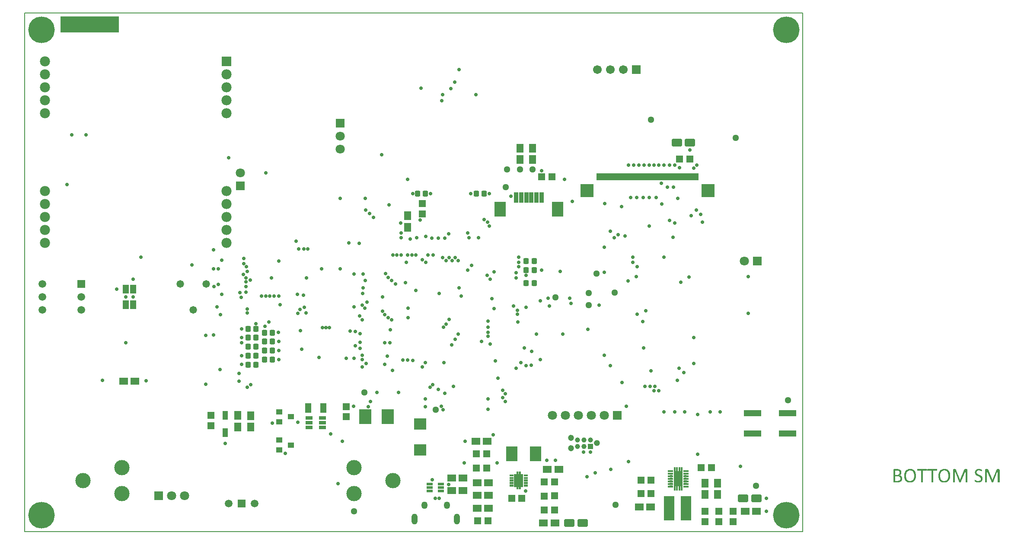
<source format=gbs>
G04*
G04 #@! TF.GenerationSoftware,Altium Limited,Altium Designer,19.0.15 (446)*
G04*
G04 Layer_Color=8421376*
%FSLAX23Y23*%
%MOIN*%
G70*
G01*
G75*
%ADD12C,0.005*%
%ADD62R,0.055X0.058*%
%ADD66R,0.098X0.088*%
%ADD67R,0.058X0.068*%
%ADD70R,0.068X0.058*%
%ADD71R,0.079X0.185*%
%ADD72R,0.039X0.071*%
%ADD73R,0.058X0.055*%
%ADD80R,0.045X0.024*%
%ADD82R,0.058X0.030*%
G04:AMPARAMS|DCode=86|XSize=45mil|YSize=43mil|CornerRadius=8mil|HoleSize=0mil|Usage=FLASHONLY|Rotation=90.000|XOffset=0mil|YOffset=0mil|HoleType=Round|Shape=RoundedRectangle|*
%AMROUNDEDRECTD86*
21,1,0.045,0.027,0,0,90.0*
21,1,0.029,0.043,0,0,90.0*
1,1,0.016,0.014,0.014*
1,1,0.016,0.014,-0.014*
1,1,0.016,-0.014,-0.014*
1,1,0.016,-0.014,0.014*
%
%ADD86ROUNDEDRECTD86*%
%ADD91R,0.045X0.043*%
%ADD92R,0.045X0.043*%
%ADD108C,0.051*%
%ADD109C,0.118*%
%ADD110C,0.059*%
%ADD111R,0.059X0.059*%
%ADD112R,0.071X0.071*%
%ADD113C,0.071*%
%ADD114C,0.047*%
%ADD115O,0.047X0.047*%
%ADD116C,0.058*%
%ADD117C,0.015*%
%ADD118C,0.023*%
%ADD119O,0.047X0.083*%
%ADD120O,0.049X0.057*%
%ADD121R,0.067X0.067*%
%ADD122C,0.067*%
%ADD123R,0.071X0.071*%
%ADD124C,0.078*%
%ADD125R,0.078X0.078*%
%ADD126C,0.205*%
%ADD127C,0.028*%
G04:AMPARAMS|DCode=183|XSize=24mil|YSize=9mil|CornerRadius=1mil|HoleSize=0mil|Usage=FLASHONLY|Rotation=180.000|XOffset=0mil|YOffset=0mil|HoleType=Round|Shape=RoundedRectangle|*
%AMROUNDEDRECTD183*
21,1,0.024,0.007,0,0,180.0*
21,1,0.021,0.009,0,0,180.0*
1,1,0.002,-0.011,0.004*
1,1,0.002,0.011,0.004*
1,1,0.002,0.011,-0.004*
1,1,0.002,-0.011,-0.004*
%
%ADD183ROUNDEDRECTD183*%
G04:AMPARAMS|DCode=184|XSize=65mil|YSize=94mil|CornerRadius=2mil|HoleSize=0mil|Usage=FLASHONLY|Rotation=180.000|XOffset=0mil|YOffset=0mil|HoleType=Round|Shape=RoundedRectangle|*
%AMROUNDEDRECTD184*
21,1,0.065,0.091,0,0,180.0*
21,1,0.062,0.094,0,0,180.0*
1,1,0.003,-0.031,0.046*
1,1,0.003,0.031,0.046*
1,1,0.003,0.031,-0.046*
1,1,0.003,-0.031,-0.046*
%
%ADD184ROUNDEDRECTD184*%
%ADD186R,0.059X0.110*%
G04:AMPARAMS|DCode=187|XSize=79mil|YSize=60mil|CornerRadius=10mil|HoleSize=0mil|Usage=FLASHONLY|Rotation=0.000|XOffset=0mil|YOffset=0mil|HoleType=Round|Shape=RoundedRectangle|*
%AMROUNDEDRECTD187*
21,1,0.079,0.039,0,0,0.0*
21,1,0.058,0.060,0,0,0.0*
1,1,0.021,0.029,-0.019*
1,1,0.021,-0.029,-0.019*
1,1,0.021,-0.029,0.019*
1,1,0.021,0.029,0.019*
%
%ADD187ROUNDEDRECTD187*%
%ADD188R,0.134X0.047*%
%ADD189R,0.051X0.067*%
%ADD190R,0.091X0.118*%
%ADD191R,0.032X0.083*%
%ADD192R,0.102X0.102*%
%ADD193R,0.020X0.055*%
%ADD194C,0.039*%
%ADD195R,0.039X0.039*%
%ADD196R,0.049X0.076*%
%ADD197R,0.093X0.116*%
%ADD198R,0.089X0.114*%
%ADD199R,0.039X0.017*%
G36*
X725Y3850D02*
X275D01*
Y3975D01*
X725D01*
Y3850D01*
D02*
G37*
G36*
X5073Y319D02*
X5060D01*
Y350D01*
X5055D01*
Y319D01*
X5042D01*
Y350D01*
X5037D01*
Y319D01*
X5024D01*
Y350D01*
X5019D01*
Y319D01*
X5006D01*
Y498D01*
X5019D01*
Y467D01*
X5024D01*
Y498D01*
X5037D01*
Y467D01*
X5042D01*
Y498D01*
X5055D01*
Y467D01*
X5060D01*
Y498D01*
X5073D01*
Y319D01*
D02*
G37*
G36*
X5102Y475D02*
X5102Y475D01*
X5103Y475D01*
X5103Y475D01*
X5104Y475D01*
X5104Y475D01*
X5104Y475D01*
X5105Y474D01*
X5105Y474D01*
X5105Y474D01*
X5106Y474D01*
X5106Y474D01*
X5106Y473D01*
X5107Y473D01*
X5107Y473D01*
X5107Y473D01*
X5107Y472D01*
X5108Y472D01*
X5108Y472D01*
X5108Y471D01*
X5108Y471D01*
X5108Y471D01*
X5109Y470D01*
X5109Y470D01*
X5109Y469D01*
X5109Y469D01*
X5109Y469D01*
X5109Y468D01*
X5109Y468D01*
X5109Y468D01*
X5109Y467D01*
X5109Y467D01*
X5109Y466D01*
X5109Y466D01*
X5109Y466D01*
X5109Y465D01*
X5109Y465D01*
X5108Y464D01*
X5108Y464D01*
X5108Y464D01*
X5108Y463D01*
X5108Y463D01*
X5107Y463D01*
X5107Y463D01*
X5107Y462D01*
X5107Y462D01*
X5106Y462D01*
X5106Y461D01*
X5106Y461D01*
X5105Y461D01*
X5105Y461D01*
X5105Y461D01*
X5104Y461D01*
X5104Y460D01*
X5104Y460D01*
X5103Y460D01*
X5103Y460D01*
X5102Y460D01*
X5102Y460D01*
X5102Y460D01*
X5087D01*
X5087Y460D01*
X5087Y460D01*
X5086Y460D01*
X5086Y460D01*
X5085Y460D01*
X5085Y460D01*
X5085Y461D01*
X5084Y461D01*
X5084Y461D01*
X5084Y461D01*
X5083Y461D01*
X5083Y461D01*
X5083Y462D01*
X5082Y462D01*
X5082Y462D01*
X5082Y463D01*
X5082Y463D01*
X5081Y463D01*
X5081Y463D01*
X5081Y464D01*
X5081Y464D01*
X5081Y464D01*
X5080Y465D01*
X5080Y465D01*
X5080Y466D01*
X5080Y466D01*
X5080Y466D01*
X5080Y467D01*
X5080Y467D01*
X5080Y468D01*
X5080Y468D01*
X5080Y468D01*
X5080Y469D01*
X5080Y469D01*
X5080Y469D01*
X5080Y470D01*
X5080Y470D01*
X5081Y471D01*
X5081Y471D01*
X5081Y471D01*
X5081Y472D01*
X5081Y472D01*
X5082Y472D01*
X5082Y473D01*
X5082Y473D01*
X5082Y473D01*
X5083Y473D01*
X5083Y474D01*
X5083Y474D01*
X5084Y474D01*
X5084Y474D01*
X5084Y474D01*
X5085Y475D01*
X5085Y475D01*
X5085Y475D01*
X5086Y475D01*
X5086Y475D01*
X5087Y475D01*
X5087Y475D01*
X5087Y475D01*
X5102D01*
X5102Y475D01*
D02*
G37*
G36*
X4992D02*
X4992Y475D01*
X4993Y475D01*
X4993Y475D01*
X4993Y475D01*
X4994Y475D01*
X4994Y475D01*
X4994Y474D01*
X4995Y474D01*
X4995Y474D01*
X4995Y474D01*
X4996Y474D01*
X4996Y473D01*
X4996Y473D01*
X4997Y473D01*
X4997Y473D01*
X4997Y472D01*
X4997Y472D01*
X4998Y472D01*
X4998Y471D01*
X4998Y471D01*
X4998Y471D01*
X4998Y470D01*
X4998Y470D01*
X4999Y469D01*
X4999Y469D01*
X4999Y469D01*
X4999Y468D01*
X4999Y468D01*
X4999Y468D01*
X4999Y467D01*
X4999Y467D01*
X4999Y466D01*
X4999Y466D01*
X4999Y466D01*
X4998Y465D01*
X4998Y465D01*
X4998Y464D01*
X4998Y464D01*
X4998Y464D01*
X4998Y463D01*
X4997Y463D01*
X4997Y463D01*
X4997Y463D01*
X4997Y462D01*
X4996Y462D01*
X4996Y462D01*
X4996Y461D01*
X4995Y461D01*
X4995Y461D01*
X4995Y461D01*
X4994Y461D01*
X4994Y461D01*
X4994Y460D01*
X4993Y460D01*
X4993Y460D01*
X4993Y460D01*
X4992Y460D01*
X4992Y460D01*
X4991Y460D01*
X4977D01*
X4977Y460D01*
X4976Y460D01*
X4976Y460D01*
X4976Y460D01*
X4975Y460D01*
X4975Y460D01*
X4974Y461D01*
X4974Y461D01*
X4974Y461D01*
X4973Y461D01*
X4973Y461D01*
X4973Y461D01*
X4972Y462D01*
X4972Y462D01*
X4972Y462D01*
X4972Y463D01*
X4971Y463D01*
X4971Y463D01*
X4971Y463D01*
X4971Y464D01*
X4970Y464D01*
X4970Y464D01*
X4970Y465D01*
X4970Y465D01*
X4970Y466D01*
X4970Y466D01*
X4970Y466D01*
X4970Y467D01*
X4970Y467D01*
X4970Y468D01*
X4970Y468D01*
X4970Y468D01*
X4970Y469D01*
X4970Y469D01*
X4970Y469D01*
X4970Y470D01*
X4970Y470D01*
X4970Y471D01*
X4970Y471D01*
X4971Y471D01*
X4971Y472D01*
X4971Y472D01*
X4971Y472D01*
X4972Y473D01*
X4972Y473D01*
X4972Y473D01*
X4972Y473D01*
X4973Y474D01*
X4973Y474D01*
X4973Y474D01*
X4974Y474D01*
X4974Y474D01*
X4974Y475D01*
X4975Y475D01*
X4975Y475D01*
X4976Y475D01*
X4976Y475D01*
X4976Y475D01*
X4977Y475D01*
X4977Y475D01*
X4991D01*
X4992Y475D01*
D02*
G37*
G36*
X3827Y445D02*
X3844D01*
Y345D01*
X3827D01*
Y326D01*
X3811D01*
Y345D01*
X3807D01*
Y326D01*
X3792D01*
Y345D01*
X3774D01*
Y445D01*
X3792D01*
Y465D01*
X3807D01*
Y445D01*
X3811D01*
Y465D01*
X3827D01*
Y445D01*
D02*
G37*
G36*
X5102Y455D02*
X5102Y455D01*
X5103Y455D01*
X5103Y455D01*
X5104Y455D01*
X5104Y455D01*
X5104Y455D01*
X5105Y455D01*
X5105Y454D01*
X5105Y454D01*
X5106Y454D01*
X5106Y454D01*
X5106Y454D01*
X5107Y453D01*
X5107Y453D01*
X5107Y453D01*
X5107Y453D01*
X5108Y452D01*
X5108Y452D01*
X5108Y452D01*
X5108Y451D01*
X5108Y451D01*
X5109Y451D01*
X5109Y450D01*
X5109Y450D01*
X5109Y449D01*
X5109Y449D01*
X5109Y449D01*
X5109Y448D01*
X5109Y448D01*
X5109Y447D01*
X5109Y447D01*
X5109Y447D01*
X5109Y446D01*
X5109Y446D01*
X5109Y446D01*
X5109Y445D01*
X5108Y445D01*
X5108Y444D01*
X5108Y444D01*
X5108Y444D01*
X5108Y443D01*
X5107Y443D01*
X5107Y443D01*
X5107Y443D01*
X5107Y442D01*
X5106Y442D01*
X5106Y442D01*
X5106Y442D01*
X5105Y441D01*
X5105Y441D01*
X5105Y441D01*
X5104Y441D01*
X5104Y441D01*
X5104Y441D01*
X5103Y441D01*
X5103Y440D01*
X5102Y440D01*
X5102Y440D01*
X5102Y440D01*
X5087D01*
X5087Y440D01*
X5087Y440D01*
X5086Y440D01*
X5086Y441D01*
X5085Y441D01*
X5085Y441D01*
X5085Y441D01*
X5084Y441D01*
X5084Y441D01*
X5084Y441D01*
X5083Y442D01*
X5083Y442D01*
X5083Y442D01*
X5082Y442D01*
X5082Y443D01*
X5082Y443D01*
X5082Y443D01*
X5081Y443D01*
X5081Y444D01*
X5081Y444D01*
X5081Y444D01*
X5081Y445D01*
X5080Y445D01*
X5080Y446D01*
X5080Y446D01*
X5080Y446D01*
X5080Y447D01*
X5080Y447D01*
X5080Y447D01*
X5080Y448D01*
X5080Y448D01*
X5080Y449D01*
X5080Y449D01*
X5080Y449D01*
X5080Y450D01*
X5080Y450D01*
X5080Y451D01*
X5081Y451D01*
X5081Y451D01*
X5081Y452D01*
X5081Y452D01*
X5081Y452D01*
X5082Y453D01*
X5082Y453D01*
X5082Y453D01*
X5082Y453D01*
X5083Y454D01*
X5083Y454D01*
X5083Y454D01*
X5084Y454D01*
X5084Y454D01*
X5084Y455D01*
X5085Y455D01*
X5085Y455D01*
X5085Y455D01*
X5086Y455D01*
X5086Y455D01*
X5087Y455D01*
X5087Y455D01*
X5087Y455D01*
X5102D01*
X5102Y455D01*
D02*
G37*
G36*
X4992D02*
X4992Y455D01*
X4993Y455D01*
X4993Y455D01*
X4993Y455D01*
X4994Y455D01*
X4994Y455D01*
X4994Y455D01*
X4995Y454D01*
X4995Y454D01*
X4995Y454D01*
X4996Y454D01*
X4996Y454D01*
X4996Y453D01*
X4997Y453D01*
X4997Y453D01*
X4997Y453D01*
X4997Y452D01*
X4998Y452D01*
X4998Y452D01*
X4998Y451D01*
X4998Y451D01*
X4998Y451D01*
X4998Y450D01*
X4999Y450D01*
X4999Y449D01*
X4999Y449D01*
X4999Y449D01*
X4999Y448D01*
X4999Y448D01*
X4999Y447D01*
X4999Y447D01*
X4999Y447D01*
X4999Y446D01*
X4999Y446D01*
X4998Y446D01*
X4998Y445D01*
X4998Y445D01*
X4998Y444D01*
X4998Y444D01*
X4998Y444D01*
X4997Y443D01*
X4997Y443D01*
X4997Y443D01*
X4997Y443D01*
X4996Y442D01*
X4996Y442D01*
X4996Y442D01*
X4995Y442D01*
X4995Y441D01*
X4995Y441D01*
X4994Y441D01*
X4994Y441D01*
X4994Y441D01*
X4993Y441D01*
X4993Y441D01*
X4993Y440D01*
X4992Y440D01*
X4992Y440D01*
X4991Y440D01*
X4977D01*
X4977Y440D01*
X4976Y440D01*
X4976Y440D01*
X4976Y441D01*
X4975Y441D01*
X4975Y441D01*
X4974Y441D01*
X4974Y441D01*
X4974Y441D01*
X4973Y441D01*
X4973Y442D01*
X4973Y442D01*
X4972Y442D01*
X4972Y442D01*
X4972Y443D01*
X4972Y443D01*
X4971Y443D01*
X4971Y443D01*
X4971Y444D01*
X4971Y444D01*
X4970Y444D01*
X4970Y445D01*
X4970Y445D01*
X4970Y446D01*
X4970Y446D01*
X4970Y446D01*
X4970Y447D01*
X4970Y447D01*
X4970Y447D01*
X4970Y448D01*
X4970Y448D01*
X4970Y449D01*
X4970Y449D01*
X4970Y449D01*
X4970Y450D01*
X4970Y450D01*
X4970Y451D01*
X4970Y451D01*
X4970Y451D01*
X4971Y452D01*
X4971Y452D01*
X4971Y452D01*
X4971Y453D01*
X4972Y453D01*
X4972Y453D01*
X4972Y453D01*
X4972Y454D01*
X4973Y454D01*
X4973Y454D01*
X4973Y454D01*
X4974Y454D01*
X4974Y455D01*
X4974Y455D01*
X4975Y455D01*
X4975Y455D01*
X4976Y455D01*
X4976Y455D01*
X4976Y455D01*
X4977Y455D01*
X4977Y455D01*
X4991D01*
X4992Y455D01*
D02*
G37*
G36*
X3879Y427D02*
X3850D01*
Y442D01*
X3879D01*
Y427D01*
D02*
G37*
G36*
X3769D02*
X3739D01*
Y442D01*
X3769D01*
Y427D01*
D02*
G37*
G36*
X5102Y436D02*
X5102Y436D01*
X5103Y436D01*
X5103Y435D01*
X5104Y435D01*
X5104Y435D01*
X5104Y435D01*
X5105Y435D01*
X5105Y435D01*
X5105Y435D01*
X5106Y434D01*
X5106Y434D01*
X5106Y434D01*
X5107Y434D01*
X5107Y433D01*
X5107Y433D01*
X5107Y433D01*
X5108Y433D01*
X5108Y432D01*
X5108Y432D01*
X5108Y432D01*
X5108Y431D01*
X5109Y431D01*
X5109Y430D01*
X5109Y430D01*
X5109Y430D01*
X5109Y429D01*
X5109Y429D01*
X5109Y429D01*
X5109Y428D01*
X5109Y428D01*
X5109Y427D01*
X5109Y427D01*
X5109Y427D01*
X5109Y426D01*
X5109Y426D01*
X5109Y425D01*
X5108Y425D01*
X5108Y425D01*
X5108Y424D01*
X5108Y424D01*
X5108Y424D01*
X5107Y423D01*
X5107Y423D01*
X5107Y423D01*
X5107Y423D01*
X5106Y422D01*
X5106Y422D01*
X5106Y422D01*
X5105Y422D01*
X5105Y421D01*
X5105Y421D01*
X5104Y421D01*
X5104Y421D01*
X5104Y421D01*
X5103Y421D01*
X5103Y421D01*
X5102Y421D01*
X5102Y421D01*
X5102Y421D01*
X5087D01*
X5087Y421D01*
X5087Y421D01*
X5086Y421D01*
X5086Y421D01*
X5085Y421D01*
X5085Y421D01*
X5085Y421D01*
X5084Y421D01*
X5084Y421D01*
X5084Y422D01*
X5083Y422D01*
X5083Y422D01*
X5083Y422D01*
X5082Y423D01*
X5082Y423D01*
X5082Y423D01*
X5082Y423D01*
X5081Y424D01*
X5081Y424D01*
X5081Y424D01*
X5081Y425D01*
X5081Y425D01*
X5080Y425D01*
X5080Y426D01*
X5080Y426D01*
X5080Y427D01*
X5080Y427D01*
X5080Y427D01*
X5080Y428D01*
X5080Y428D01*
X5080Y429D01*
X5080Y429D01*
X5080Y429D01*
X5080Y430D01*
X5080Y430D01*
X5080Y430D01*
X5080Y431D01*
X5081Y431D01*
X5081Y432D01*
X5081Y432D01*
X5081Y432D01*
X5081Y433D01*
X5082Y433D01*
X5082Y433D01*
X5082Y433D01*
X5082Y434D01*
X5083Y434D01*
X5083Y434D01*
X5083Y434D01*
X5084Y435D01*
X5084Y435D01*
X5084Y435D01*
X5085Y435D01*
X5085Y435D01*
X5085Y435D01*
X5086Y435D01*
X5086Y436D01*
X5087Y436D01*
X5087Y436D01*
X5087Y436D01*
X5102D01*
X5102Y436D01*
D02*
G37*
G36*
X4992D02*
X4992Y436D01*
X4993Y436D01*
X4993Y435D01*
X4993Y435D01*
X4994Y435D01*
X4994Y435D01*
X4994Y435D01*
X4995Y435D01*
X4995Y435D01*
X4995Y434D01*
X4996Y434D01*
X4996Y434D01*
X4996Y434D01*
X4997Y433D01*
X4997Y433D01*
X4997Y433D01*
X4997Y433D01*
X4998Y432D01*
X4998Y432D01*
X4998Y432D01*
X4998Y431D01*
X4998Y431D01*
X4998Y430D01*
X4999Y430D01*
X4999Y430D01*
X4999Y429D01*
X4999Y429D01*
X4999Y429D01*
X4999Y428D01*
X4999Y428D01*
X4999Y427D01*
X4999Y427D01*
X4999Y427D01*
X4999Y426D01*
X4998Y426D01*
X4998Y425D01*
X4998Y425D01*
X4998Y425D01*
X4998Y424D01*
X4998Y424D01*
X4997Y424D01*
X4997Y423D01*
X4997Y423D01*
X4997Y423D01*
X4996Y423D01*
X4996Y422D01*
X4996Y422D01*
X4995Y422D01*
X4995Y422D01*
X4995Y421D01*
X4994Y421D01*
X4994Y421D01*
X4994Y421D01*
X4993Y421D01*
X4993Y421D01*
X4993Y421D01*
X4992Y421D01*
X4992Y421D01*
X4991Y421D01*
X4977D01*
X4977Y421D01*
X4976Y421D01*
X4976Y421D01*
X4976Y421D01*
X4975Y421D01*
X4975Y421D01*
X4974Y421D01*
X4974Y421D01*
X4974Y421D01*
X4973Y422D01*
X4973Y422D01*
X4973Y422D01*
X4972Y422D01*
X4972Y423D01*
X4972Y423D01*
X4972Y423D01*
X4971Y423D01*
X4971Y424D01*
X4971Y424D01*
X4971Y424D01*
X4970Y425D01*
X4970Y425D01*
X4970Y425D01*
X4970Y426D01*
X4970Y426D01*
X4970Y427D01*
X4970Y427D01*
X4970Y427D01*
X4970Y428D01*
X4970Y428D01*
X4970Y429D01*
X4970Y429D01*
X4970Y429D01*
X4970Y430D01*
X4970Y430D01*
X4970Y430D01*
X4970Y431D01*
X4970Y431D01*
X4970Y432D01*
X4971Y432D01*
X4971Y432D01*
X4971Y433D01*
X4971Y433D01*
X4972Y433D01*
X4972Y433D01*
X4972Y434D01*
X4972Y434D01*
X4973Y434D01*
X4973Y434D01*
X4973Y435D01*
X4974Y435D01*
X4974Y435D01*
X4974Y435D01*
X4975Y435D01*
X4975Y435D01*
X4976Y435D01*
X4976Y436D01*
X4976Y436D01*
X4977Y436D01*
X4977Y436D01*
X4991D01*
X4992Y436D01*
D02*
G37*
G36*
X3879Y407D02*
X3850D01*
Y422D01*
X3879D01*
Y407D01*
D02*
G37*
G36*
X3769D02*
X3739D01*
Y422D01*
X3769D01*
Y407D01*
D02*
G37*
G36*
X5102Y416D02*
X5102Y416D01*
X5103Y416D01*
X5103Y416D01*
X5104Y416D01*
X5104Y416D01*
X5104Y415D01*
X5105Y415D01*
X5105Y415D01*
X5105Y415D01*
X5106Y415D01*
X5106Y415D01*
X5106Y414D01*
X5107Y414D01*
X5107Y414D01*
X5107Y413D01*
X5107Y413D01*
X5108Y413D01*
X5108Y413D01*
X5108Y412D01*
X5108Y412D01*
X5108Y412D01*
X5109Y411D01*
X5109Y411D01*
X5109Y410D01*
X5109Y410D01*
X5109Y410D01*
X5109Y409D01*
X5109Y409D01*
X5109Y408D01*
X5109Y408D01*
X5109Y408D01*
X5109Y407D01*
X5109Y407D01*
X5109Y407D01*
X5109Y406D01*
X5109Y406D01*
X5108Y405D01*
X5108Y405D01*
X5108Y405D01*
X5108Y404D01*
X5108Y404D01*
X5107Y404D01*
X5107Y403D01*
X5107Y403D01*
X5107Y403D01*
X5106Y403D01*
X5106Y402D01*
X5106Y402D01*
X5105Y402D01*
X5105Y402D01*
X5105Y402D01*
X5104Y401D01*
X5104Y401D01*
X5104Y401D01*
X5103Y401D01*
X5103Y401D01*
X5102Y401D01*
X5102Y401D01*
X5102Y401D01*
X5087D01*
X5087Y401D01*
X5087Y401D01*
X5086Y401D01*
X5086Y401D01*
X5085Y401D01*
X5085Y401D01*
X5085Y401D01*
X5084Y402D01*
X5084Y402D01*
X5084Y402D01*
X5083Y402D01*
X5083Y402D01*
X5083Y403D01*
X5082Y403D01*
X5082Y403D01*
X5082Y403D01*
X5082Y404D01*
X5081Y404D01*
X5081Y404D01*
X5081Y405D01*
X5081Y405D01*
X5081Y405D01*
X5080Y406D01*
X5080Y406D01*
X5080Y407D01*
X5080Y407D01*
X5080Y407D01*
X5080Y408D01*
X5080Y408D01*
X5080Y408D01*
X5080Y409D01*
X5080Y409D01*
X5080Y410D01*
X5080Y410D01*
X5080Y410D01*
X5080Y411D01*
X5080Y411D01*
X5081Y412D01*
X5081Y412D01*
X5081Y412D01*
X5081Y413D01*
X5081Y413D01*
X5082Y413D01*
X5082Y413D01*
X5082Y414D01*
X5082Y414D01*
X5083Y414D01*
X5083Y415D01*
X5083Y415D01*
X5084Y415D01*
X5084Y415D01*
X5084Y415D01*
X5085Y415D01*
X5085Y416D01*
X5085Y416D01*
X5086Y416D01*
X5086Y416D01*
X5087Y416D01*
X5087Y416D01*
X5087Y416D01*
X5102D01*
X5102Y416D01*
D02*
G37*
G36*
X4992D02*
X4992Y416D01*
X4993Y416D01*
X4993Y416D01*
X4993Y416D01*
X4994Y416D01*
X4994Y415D01*
X4994Y415D01*
X4995Y415D01*
X4995Y415D01*
X4995Y415D01*
X4996Y415D01*
X4996Y414D01*
X4996Y414D01*
X4997Y414D01*
X4997Y413D01*
X4997Y413D01*
X4997Y413D01*
X4998Y413D01*
X4998Y412D01*
X4998Y412D01*
X4998Y412D01*
X4998Y411D01*
X4998Y411D01*
X4999Y410D01*
X4999Y410D01*
X4999Y410D01*
X4999Y409D01*
X4999Y409D01*
X4999Y408D01*
X4999Y408D01*
X4999Y408D01*
X4999Y407D01*
X4999Y407D01*
X4999Y407D01*
X4998Y406D01*
X4998Y406D01*
X4998Y405D01*
X4998Y405D01*
X4998Y405D01*
X4998Y404D01*
X4997Y404D01*
X4997Y404D01*
X4997Y403D01*
X4997Y403D01*
X4996Y403D01*
X4996Y403D01*
X4996Y402D01*
X4995Y402D01*
X4995Y402D01*
X4995Y402D01*
X4994Y402D01*
X4994Y401D01*
X4994Y401D01*
X4993Y401D01*
X4993Y401D01*
X4993Y401D01*
X4992Y401D01*
X4992Y401D01*
X4991Y401D01*
X4977D01*
X4977Y401D01*
X4976Y401D01*
X4976Y401D01*
X4976Y401D01*
X4975Y401D01*
X4975Y401D01*
X4974Y401D01*
X4974Y402D01*
X4974Y402D01*
X4973Y402D01*
X4973Y402D01*
X4973Y402D01*
X4972Y403D01*
X4972Y403D01*
X4972Y403D01*
X4972Y403D01*
X4971Y404D01*
X4971Y404D01*
X4971Y404D01*
X4971Y405D01*
X4970Y405D01*
X4970Y405D01*
X4970Y406D01*
X4970Y406D01*
X4970Y407D01*
X4970Y407D01*
X4970Y407D01*
X4970Y408D01*
X4970Y408D01*
X4970Y408D01*
X4970Y409D01*
X4970Y409D01*
X4970Y410D01*
X4970Y410D01*
X4970Y410D01*
X4970Y411D01*
X4970Y411D01*
X4970Y412D01*
X4970Y412D01*
X4971Y412D01*
X4971Y413D01*
X4971Y413D01*
X4971Y413D01*
X4972Y413D01*
X4972Y414D01*
X4972Y414D01*
X4972Y414D01*
X4973Y415D01*
X4973Y415D01*
X4973Y415D01*
X4974Y415D01*
X4974Y415D01*
X4974Y415D01*
X4975Y416D01*
X4975Y416D01*
X4976Y416D01*
X4976Y416D01*
X4976Y416D01*
X4977Y416D01*
X4977Y416D01*
X4991D01*
X4992Y416D01*
D02*
G37*
G36*
X3879Y388D02*
X3850D01*
Y403D01*
X3879D01*
Y388D01*
D02*
G37*
G36*
X3769D02*
X3739D01*
Y403D01*
X3769D01*
Y388D01*
D02*
G37*
G36*
X5102Y396D02*
X5102Y396D01*
X5103Y396D01*
X5103Y396D01*
X5104Y396D01*
X5104Y396D01*
X5104Y396D01*
X5105Y396D01*
X5105Y395D01*
X5105Y395D01*
X5106Y395D01*
X5106Y395D01*
X5106Y395D01*
X5107Y394D01*
X5107Y394D01*
X5107Y394D01*
X5107Y393D01*
X5108Y393D01*
X5108Y393D01*
X5108Y393D01*
X5108Y392D01*
X5108Y392D01*
X5109Y391D01*
X5109Y391D01*
X5109Y391D01*
X5109Y390D01*
X5109Y390D01*
X5109Y390D01*
X5109Y389D01*
X5109Y389D01*
X5109Y388D01*
X5109Y388D01*
X5109Y388D01*
X5109Y387D01*
X5109Y387D01*
X5109Y386D01*
X5109Y386D01*
X5108Y386D01*
X5108Y385D01*
X5108Y385D01*
X5108Y385D01*
X5108Y384D01*
X5107Y384D01*
X5107Y384D01*
X5107Y383D01*
X5107Y383D01*
X5106Y383D01*
X5106Y383D01*
X5106Y383D01*
X5105Y382D01*
X5105Y382D01*
X5105Y382D01*
X5104Y382D01*
X5104Y382D01*
X5104Y382D01*
X5103Y381D01*
X5103Y381D01*
X5102Y381D01*
X5102Y381D01*
X5102Y381D01*
X5087D01*
X5087Y381D01*
X5087Y381D01*
X5086Y381D01*
X5086Y381D01*
X5085Y382D01*
X5085Y382D01*
X5085Y382D01*
X5084Y382D01*
X5084Y382D01*
X5084Y382D01*
X5083Y383D01*
X5083Y383D01*
X5083Y383D01*
X5082Y383D01*
X5082Y383D01*
X5082Y384D01*
X5082Y384D01*
X5081Y384D01*
X5081Y385D01*
X5081Y385D01*
X5081Y385D01*
X5081Y386D01*
X5080Y386D01*
X5080Y386D01*
X5080Y387D01*
X5080Y387D01*
X5080Y388D01*
X5080Y388D01*
X5080Y388D01*
X5080Y389D01*
X5080Y389D01*
X5080Y390D01*
X5080Y390D01*
X5080Y390D01*
X5080Y391D01*
X5080Y391D01*
X5080Y391D01*
X5081Y392D01*
X5081Y392D01*
X5081Y393D01*
X5081Y393D01*
X5081Y393D01*
X5082Y393D01*
X5082Y394D01*
X5082Y394D01*
X5082Y394D01*
X5083Y395D01*
X5083Y395D01*
X5083Y395D01*
X5084Y395D01*
X5084Y395D01*
X5084Y396D01*
X5085Y396D01*
X5085Y396D01*
X5085Y396D01*
X5086Y396D01*
X5086Y396D01*
X5087Y396D01*
X5087Y396D01*
X5087Y396D01*
X5102D01*
X5102Y396D01*
D02*
G37*
G36*
X4992D02*
X4992Y396D01*
X4993Y396D01*
X4993Y396D01*
X4993Y396D01*
X4994Y396D01*
X4994Y396D01*
X4994Y396D01*
X4995Y395D01*
X4995Y395D01*
X4995Y395D01*
X4996Y395D01*
X4996Y395D01*
X4996Y394D01*
X4997Y394D01*
X4997Y394D01*
X4997Y393D01*
X4997Y393D01*
X4998Y393D01*
X4998Y393D01*
X4998Y392D01*
X4998Y392D01*
X4998Y391D01*
X4998Y391D01*
X4999Y391D01*
X4999Y390D01*
X4999Y390D01*
X4999Y390D01*
X4999Y389D01*
X4999Y389D01*
X4999Y388D01*
X4999Y388D01*
X4999Y388D01*
X4999Y387D01*
X4999Y387D01*
X4998Y386D01*
X4998Y386D01*
X4998Y386D01*
X4998Y385D01*
X4998Y385D01*
X4998Y385D01*
X4997Y384D01*
X4997Y384D01*
X4997Y384D01*
X4997Y383D01*
X4996Y383D01*
X4996Y383D01*
X4996Y383D01*
X4995Y383D01*
X4995Y382D01*
X4995Y382D01*
X4994Y382D01*
X4994Y382D01*
X4994Y382D01*
X4993Y382D01*
X4993Y381D01*
X4993Y381D01*
X4992Y381D01*
X4992Y381D01*
X4991Y381D01*
X4977D01*
X4977Y381D01*
X4976Y381D01*
X4976Y381D01*
X4976Y381D01*
X4975Y382D01*
X4975Y382D01*
X4974Y382D01*
X4974Y382D01*
X4974Y382D01*
X4973Y382D01*
X4973Y383D01*
X4973Y383D01*
X4972Y383D01*
X4972Y383D01*
X4972Y383D01*
X4972Y384D01*
X4971Y384D01*
X4971Y384D01*
X4971Y385D01*
X4971Y385D01*
X4970Y385D01*
X4970Y386D01*
X4970Y386D01*
X4970Y386D01*
X4970Y387D01*
X4970Y387D01*
X4970Y388D01*
X4970Y388D01*
X4970Y388D01*
X4970Y389D01*
X4970Y389D01*
X4970Y390D01*
X4970Y390D01*
X4970Y390D01*
X4970Y391D01*
X4970Y391D01*
X4970Y391D01*
X4970Y392D01*
X4970Y392D01*
X4971Y393D01*
X4971Y393D01*
X4971Y393D01*
X4971Y393D01*
X4972Y394D01*
X4972Y394D01*
X4972Y394D01*
X4972Y395D01*
X4973Y395D01*
X4973Y395D01*
X4973Y395D01*
X4974Y395D01*
X4974Y396D01*
X4974Y396D01*
X4975Y396D01*
X4975Y396D01*
X4976Y396D01*
X4976Y396D01*
X4976Y396D01*
X4977Y396D01*
X4977Y396D01*
X4991D01*
X4992Y396D01*
D02*
G37*
G36*
X3879Y368D02*
X3850D01*
Y383D01*
X3879D01*
Y368D01*
D02*
G37*
G36*
X3769D02*
X3739D01*
Y383D01*
X3769D01*
Y368D01*
D02*
G37*
G36*
X5102Y377D02*
X5102Y377D01*
X5103Y376D01*
X5103Y376D01*
X5104Y376D01*
X5104Y376D01*
X5104Y376D01*
X5105Y376D01*
X5105Y376D01*
X5105Y376D01*
X5106Y375D01*
X5106Y375D01*
X5106Y375D01*
X5107Y375D01*
X5107Y374D01*
X5107Y374D01*
X5107Y374D01*
X5108Y373D01*
X5108Y373D01*
X5108Y373D01*
X5108Y372D01*
X5108Y372D01*
X5109Y372D01*
X5109Y371D01*
X5109Y371D01*
X5109Y371D01*
X5109Y370D01*
X5109Y370D01*
X5109Y369D01*
X5109Y369D01*
X5109Y369D01*
X5109Y368D01*
X5109Y368D01*
X5109Y368D01*
X5109Y367D01*
X5109Y367D01*
X5109Y366D01*
X5108Y366D01*
X5108Y366D01*
X5108Y365D01*
X5108Y365D01*
X5108Y365D01*
X5107Y364D01*
X5107Y364D01*
X5107Y364D01*
X5107Y364D01*
X5106Y363D01*
X5106Y363D01*
X5106Y363D01*
X5105Y363D01*
X5105Y362D01*
X5105Y362D01*
X5104Y362D01*
X5104Y362D01*
X5104Y362D01*
X5103Y362D01*
X5103Y362D01*
X5102Y362D01*
X5102Y362D01*
X5102Y362D01*
X5087D01*
X5087Y362D01*
X5087Y362D01*
X5086Y362D01*
X5086Y362D01*
X5085Y362D01*
X5085Y362D01*
X5085Y362D01*
X5084Y362D01*
X5084Y362D01*
X5084Y363D01*
X5083Y363D01*
X5083Y363D01*
X5083Y363D01*
X5082Y364D01*
X5082Y364D01*
X5082Y364D01*
X5082Y364D01*
X5081Y365D01*
X5081Y365D01*
X5081Y365D01*
X5081Y366D01*
X5081Y366D01*
X5080Y366D01*
X5080Y367D01*
X5080Y367D01*
X5080Y368D01*
X5080Y368D01*
X5080Y368D01*
X5080Y369D01*
X5080Y369D01*
X5080Y369D01*
X5080Y370D01*
X5080Y370D01*
X5080Y371D01*
X5080Y371D01*
X5080Y371D01*
X5080Y372D01*
X5081Y372D01*
X5081Y372D01*
X5081Y373D01*
X5081Y373D01*
X5081Y373D01*
X5082Y374D01*
X5082Y374D01*
X5082Y374D01*
X5082Y375D01*
X5083Y375D01*
X5083Y375D01*
X5083Y375D01*
X5084Y376D01*
X5084Y376D01*
X5084Y376D01*
X5085Y376D01*
X5085Y376D01*
X5085Y376D01*
X5086Y376D01*
X5086Y376D01*
X5087Y377D01*
X5087Y377D01*
X5087Y377D01*
X5102D01*
X5102Y377D01*
D02*
G37*
G36*
X4992D02*
X4992Y377D01*
X4993Y376D01*
X4993Y376D01*
X4993Y376D01*
X4994Y376D01*
X4994Y376D01*
X4994Y376D01*
X4995Y376D01*
X4995Y376D01*
X4995Y375D01*
X4996Y375D01*
X4996Y375D01*
X4996Y375D01*
X4997Y374D01*
X4997Y374D01*
X4997Y374D01*
X4997Y373D01*
X4998Y373D01*
X4998Y373D01*
X4998Y372D01*
X4998Y372D01*
X4998Y372D01*
X4998Y371D01*
X4999Y371D01*
X4999Y371D01*
X4999Y370D01*
X4999Y370D01*
X4999Y369D01*
X4999Y369D01*
X4999Y369D01*
X4999Y368D01*
X4999Y368D01*
X4999Y368D01*
X4999Y367D01*
X4998Y367D01*
X4998Y366D01*
X4998Y366D01*
X4998Y366D01*
X4998Y365D01*
X4998Y365D01*
X4997Y365D01*
X4997Y364D01*
X4997Y364D01*
X4997Y364D01*
X4996Y364D01*
X4996Y363D01*
X4996Y363D01*
X4995Y363D01*
X4995Y363D01*
X4995Y362D01*
X4994Y362D01*
X4994Y362D01*
X4994Y362D01*
X4993Y362D01*
X4993Y362D01*
X4993Y362D01*
X4992Y362D01*
X4992Y362D01*
X4991Y362D01*
X4977D01*
X4977Y362D01*
X4976Y362D01*
X4976Y362D01*
X4976Y362D01*
X4975Y362D01*
X4975Y362D01*
X4974Y362D01*
X4974Y362D01*
X4974Y362D01*
X4973Y363D01*
X4973Y363D01*
X4973Y363D01*
X4972Y363D01*
X4972Y364D01*
X4972Y364D01*
X4972Y364D01*
X4971Y364D01*
X4971Y365D01*
X4971Y365D01*
X4971Y365D01*
X4970Y366D01*
X4970Y366D01*
X4970Y366D01*
X4970Y367D01*
X4970Y367D01*
X4970Y368D01*
X4970Y368D01*
X4970Y368D01*
X4970Y369D01*
X4970Y369D01*
X4970Y369D01*
X4970Y370D01*
X4970Y370D01*
X4970Y371D01*
X4970Y371D01*
X4970Y371D01*
X4970Y372D01*
X4970Y372D01*
X4970Y372D01*
X4971Y373D01*
X4971Y373D01*
X4971Y373D01*
X4971Y374D01*
X4972Y374D01*
X4972Y374D01*
X4972Y375D01*
X4972Y375D01*
X4973Y375D01*
X4973Y375D01*
X4973Y376D01*
X4974Y376D01*
X4974Y376D01*
X4974Y376D01*
X4975Y376D01*
X4975Y376D01*
X4976Y376D01*
X4976Y376D01*
X4976Y377D01*
X4977Y377D01*
X4977Y377D01*
X4991D01*
X4992Y377D01*
D02*
G37*
G36*
X3879Y348D02*
X3850D01*
Y363D01*
X3879D01*
Y348D01*
D02*
G37*
G36*
X3769D02*
X3739D01*
Y363D01*
X3769D01*
Y348D01*
D02*
G37*
G36*
X4992Y357D02*
X4992Y357D01*
X4993Y357D01*
X4993Y357D01*
X4993Y357D01*
X4994Y357D01*
X4994Y356D01*
X4994Y356D01*
X4995Y356D01*
X4995Y356D01*
X4995Y356D01*
X4996Y355D01*
X4996Y355D01*
X4996Y355D01*
X4997Y355D01*
X4997Y354D01*
X4997Y354D01*
X4997Y354D01*
X4998Y353D01*
X4998Y353D01*
X4998Y353D01*
X4998Y352D01*
X4998Y352D01*
X4998Y352D01*
X4999Y351D01*
X4999Y351D01*
X4999Y351D01*
X4999Y350D01*
X4999Y350D01*
X4999Y349D01*
X4999Y349D01*
X4999Y349D01*
X4999Y348D01*
X4999Y348D01*
X4999Y347D01*
X4998Y347D01*
X4998Y347D01*
X4998Y346D01*
X4998Y346D01*
X4998Y346D01*
X4998Y345D01*
X4997Y345D01*
X4997Y345D01*
X4997Y344D01*
X4997Y344D01*
X4996Y344D01*
X4996Y344D01*
X4996Y343D01*
X4995Y343D01*
X4995Y343D01*
X4995Y343D01*
X4994Y343D01*
X4994Y342D01*
X4994Y342D01*
X4993Y342D01*
X4993Y342D01*
X4993Y342D01*
X4992Y342D01*
X4992Y342D01*
X4991Y342D01*
X4977D01*
X4977Y342D01*
X4976Y342D01*
X4976Y342D01*
X4976Y342D01*
X4975Y342D01*
X4975Y342D01*
X4974Y342D01*
X4974Y343D01*
X4974Y343D01*
X4973Y343D01*
X4973Y343D01*
X4973Y343D01*
X4972Y344D01*
X4972Y344D01*
X4972Y344D01*
X4972Y344D01*
X4971Y345D01*
X4971Y345D01*
X4971Y345D01*
X4971Y346D01*
X4970Y346D01*
X4970Y346D01*
X4970Y347D01*
X4970Y347D01*
X4970Y347D01*
X4970Y348D01*
X4970Y348D01*
X4970Y349D01*
X4970Y349D01*
X4970Y349D01*
X4970Y350D01*
X4970Y350D01*
X4970Y351D01*
X4970Y351D01*
X4970Y351D01*
X4970Y352D01*
X4970Y352D01*
X4970Y352D01*
X4970Y353D01*
X4971Y353D01*
X4971Y353D01*
X4971Y354D01*
X4971Y354D01*
X4972Y354D01*
X4972Y355D01*
X4972Y355D01*
X4972Y355D01*
X4973Y355D01*
X4973Y356D01*
X4973Y356D01*
X4974Y356D01*
X4974Y356D01*
X4974Y356D01*
X4975Y357D01*
X4975Y357D01*
X4976Y357D01*
X4976Y357D01*
X4976Y357D01*
X4977Y357D01*
X4977Y357D01*
X4991D01*
X4992Y357D01*
D02*
G37*
G36*
X7362Y484D02*
X7365Y484D01*
X7365D01*
X7365Y484D01*
X7366D01*
X7367Y484D01*
X7369Y483D01*
X7371Y482D01*
X7371D01*
X7372Y482D01*
X7372Y482D01*
X7373Y482D01*
X7375Y481D01*
X7377Y480D01*
X7377D01*
X7377Y480D01*
X7378Y480D01*
X7379Y479D01*
X7380Y478D01*
X7380Y478D01*
X7380Y478D01*
X7381Y477D01*
X7381Y477D01*
X7381Y477D01*
X7381Y476D01*
Y476D01*
X7381Y475D01*
Y474D01*
Y474D01*
X7382Y474D01*
Y473D01*
Y472D01*
Y472D01*
Y471D01*
Y470D01*
X7381Y469D01*
Y469D01*
X7381Y469D01*
X7381Y467D01*
Y467D01*
X7381Y467D01*
X7380Y466D01*
X7380D01*
X7379Y466D01*
X7379D01*
X7379Y466D01*
X7378Y467D01*
X7377Y467D01*
X7376Y467D01*
X7375Y468D01*
X7374Y469D01*
X7372Y469D01*
X7372D01*
X7372Y470D01*
X7371Y470D01*
X7370Y470D01*
X7368Y471D01*
X7366Y472D01*
X7366D01*
X7365Y472D01*
X7364Y472D01*
X7364Y473D01*
X7362Y473D01*
X7361Y473D01*
X7358Y473D01*
X7356D01*
X7355Y473D01*
X7353Y473D01*
X7350Y472D01*
X7350D01*
X7350Y472D01*
X7349Y472D01*
X7348Y471D01*
X7347Y470D01*
X7345Y469D01*
X7345Y469D01*
X7344Y468D01*
X7343Y466D01*
X7342Y465D01*
Y464D01*
X7342Y464D01*
X7342Y464D01*
Y463D01*
X7341Y461D01*
X7341Y459D01*
Y459D01*
Y458D01*
X7341Y458D01*
Y457D01*
X7342Y454D01*
X7343Y452D01*
X7343Y452D01*
X7343Y451D01*
X7344Y451D01*
X7344Y450D01*
X7346Y448D01*
X7348Y446D01*
X7348Y446D01*
X7349Y446D01*
X7350Y445D01*
X7350Y445D01*
X7352Y444D01*
X7353Y443D01*
X7356Y442D01*
X7356D01*
X7356Y442D01*
X7357Y441D01*
X7358Y441D01*
X7360Y440D01*
X7361Y440D01*
X7364Y438D01*
X7364D01*
X7365Y438D01*
X7366Y437D01*
X7367Y437D01*
X7368Y436D01*
X7370Y435D01*
X7373Y434D01*
X7373Y433D01*
X7373Y433D01*
X7374Y433D01*
X7375Y432D01*
X7378Y430D01*
X7380Y428D01*
X7380Y428D01*
X7381Y427D01*
X7381Y427D01*
X7382Y426D01*
X7383Y425D01*
X7384Y423D01*
X7385Y420D01*
X7386Y420D01*
X7386Y420D01*
X7386Y419D01*
X7387Y417D01*
X7387Y416D01*
X7387Y414D01*
X7387Y412D01*
Y410D01*
Y409D01*
Y408D01*
X7387Y407D01*
X7387Y406D01*
X7387Y404D01*
X7386Y401D01*
X7386Y399D01*
X7385Y397D01*
X7385Y397D01*
X7384Y396D01*
X7384Y395D01*
X7383Y394D01*
X7382Y392D01*
X7381Y391D01*
X7379Y389D01*
X7377Y387D01*
X7377Y387D01*
X7377Y387D01*
X7376Y386D01*
X7374Y385D01*
X7373Y384D01*
X7371Y383D01*
X7369Y383D01*
X7366Y382D01*
X7366D01*
X7365Y381D01*
X7364Y381D01*
X7362Y381D01*
X7360Y380D01*
X7358Y380D01*
X7355Y380D01*
X7351D01*
X7350Y380D01*
X7348D01*
X7346Y380D01*
X7343Y381D01*
X7343D01*
X7342Y381D01*
X7342Y381D01*
X7341Y381D01*
X7338Y382D01*
X7335Y383D01*
X7335D01*
X7335Y383D01*
X7334Y383D01*
X7333Y383D01*
X7332Y384D01*
X7330Y385D01*
X7330D01*
X7329Y385D01*
X7328Y386D01*
X7327Y387D01*
X7326Y388D01*
X7326Y388D01*
X7326Y388D01*
X7325Y389D01*
X7325Y390D01*
Y390D01*
X7325Y391D01*
X7325Y392D01*
Y394D01*
Y394D01*
Y395D01*
Y396D01*
Y397D01*
Y397D01*
X7325Y398D01*
X7325Y398D01*
X7325Y399D01*
Y399D01*
X7325Y399D01*
X7326Y400D01*
X7326D01*
X7326Y400D01*
X7327Y400D01*
X7327D01*
X7328Y400D01*
X7329Y400D01*
X7330Y399D01*
X7330D01*
X7331Y398D01*
X7332Y398D01*
X7333Y397D01*
X7335Y396D01*
X7336D01*
X7336Y396D01*
X7337Y395D01*
X7338Y395D01*
X7339Y394D01*
X7340Y394D01*
X7343Y393D01*
X7343D01*
X7344Y393D01*
X7345Y392D01*
X7346Y392D01*
X7348Y392D01*
X7349Y392D01*
X7351Y392D01*
X7355D01*
X7356Y392D01*
X7359Y392D01*
X7361Y393D01*
X7362D01*
X7362Y393D01*
X7363Y393D01*
X7364Y394D01*
X7366Y394D01*
X7368Y396D01*
X7368Y396D01*
X7368Y396D01*
X7369Y397D01*
X7370Y399D01*
X7372Y401D01*
Y401D01*
X7372Y402D01*
X7372Y402D01*
X7372Y403D01*
X7373Y404D01*
X7373Y406D01*
X7373Y408D01*
Y408D01*
Y409D01*
X7373Y410D01*
Y411D01*
X7372Y413D01*
X7372Y414D01*
X7371Y416D01*
Y416D01*
X7371Y416D01*
X7370Y417D01*
X7370Y418D01*
X7368Y419D01*
X7366Y421D01*
X7366Y421D01*
X7365Y421D01*
X7365Y422D01*
X7364Y422D01*
X7363Y423D01*
X7362Y424D01*
X7359Y425D01*
X7358Y425D01*
X7358Y426D01*
X7357Y426D01*
X7356Y426D01*
X7355Y427D01*
X7353Y428D01*
X7350Y429D01*
X7350Y429D01*
X7349Y430D01*
X7349Y430D01*
X7348Y430D01*
X7346Y431D01*
X7345Y432D01*
X7342Y434D01*
X7342Y434D01*
X7341Y434D01*
X7340Y435D01*
X7339Y435D01*
X7337Y437D01*
X7334Y439D01*
X7334Y440D01*
X7334Y440D01*
X7333Y441D01*
X7333Y442D01*
X7332Y443D01*
X7331Y444D01*
X7329Y447D01*
Y447D01*
X7329Y448D01*
X7329Y449D01*
X7328Y450D01*
X7328Y452D01*
X7328Y453D01*
X7327Y456D01*
X7327Y458D01*
Y458D01*
Y459D01*
X7327Y460D01*
X7328Y462D01*
X7328Y463D01*
X7328Y465D01*
X7329Y467D01*
X7330Y469D01*
X7330Y469D01*
X7330Y470D01*
X7330Y471D01*
X7331Y472D01*
X7332Y473D01*
X7333Y475D01*
X7336Y478D01*
X7336Y478D01*
X7337Y478D01*
X7338Y479D01*
X7339Y480D01*
X7340Y480D01*
X7342Y481D01*
X7344Y482D01*
X7346Y483D01*
X7346D01*
X7347Y483D01*
X7348Y483D01*
X7350Y484D01*
X7351Y484D01*
X7353Y484D01*
X7356Y485D01*
X7360D01*
X7362Y484D01*
D02*
G37*
G36*
X7513Y483D02*
X7514Y483D01*
X7514D01*
X7515Y482D01*
X7515Y482D01*
X7516Y482D01*
X7516Y481D01*
X7516Y481D01*
X7517Y480D01*
X7517Y480D01*
X7517Y480D01*
X7517Y479D01*
X7518Y478D01*
Y477D01*
Y383D01*
Y383D01*
X7517Y382D01*
X7517Y382D01*
X7516Y382D01*
X7516Y381D01*
X7516D01*
X7515Y381D01*
X7515D01*
X7514Y381D01*
X7514D01*
X7513Y381D01*
X7512Y381D01*
X7510D01*
X7508Y381D01*
X7507Y381D01*
X7507D01*
X7507Y381D01*
X7506D01*
X7505Y381D01*
X7505D01*
X7505Y382D01*
X7504Y382D01*
Y382D01*
Y382D01*
X7504Y383D01*
Y472D01*
X7504D01*
X7468Y383D01*
X7468Y382D01*
X7467Y382D01*
X7467Y382D01*
X7466Y381D01*
X7466Y381D01*
X7466D01*
X7465Y381D01*
X7465D01*
X7464Y381D01*
X7463D01*
X7462Y381D01*
X7459D01*
X7458Y381D01*
X7458D01*
X7458Y381D01*
X7456Y381D01*
X7456D01*
X7456Y381D01*
X7455Y382D01*
Y382D01*
X7455Y382D01*
X7455Y383D01*
X7420Y472D01*
Y383D01*
Y383D01*
X7420Y382D01*
X7420Y382D01*
X7419Y382D01*
X7419Y381D01*
X7418D01*
X7418Y381D01*
X7418D01*
X7417Y381D01*
X7416D01*
X7416Y381D01*
X7415Y381D01*
X7412D01*
X7411Y381D01*
X7410Y381D01*
X7410D01*
X7409Y381D01*
X7409D01*
X7408Y381D01*
X7408D01*
X7408Y382D01*
X7407Y382D01*
Y382D01*
Y382D01*
X7407Y383D01*
Y477D01*
Y477D01*
Y478D01*
X7407Y478D01*
Y479D01*
X7407Y480D01*
X7408Y482D01*
X7409Y482D01*
X7410Y482D01*
X7411Y483D01*
X7412Y483D01*
X7422D01*
X7424Y483D01*
X7425Y483D01*
X7425D01*
X7425Y482D01*
X7426Y482D01*
X7427Y482D01*
X7428Y481D01*
X7429Y481D01*
X7429Y480D01*
X7430Y480D01*
X7431Y478D01*
X7431Y478D01*
X7431Y478D01*
X7432Y476D01*
X7432Y475D01*
X7462Y401D01*
X7462D01*
X7492Y475D01*
Y475D01*
X7493Y475D01*
X7493Y476D01*
X7494Y477D01*
X7494Y479D01*
X7495Y479D01*
X7495Y480D01*
X7496Y480D01*
X7497Y481D01*
X7497Y481D01*
X7497Y482D01*
X7498Y482D01*
X7499Y483D01*
X7500Y483D01*
X7500Y483D01*
X7501Y483D01*
X7512D01*
X7513Y483D01*
D02*
G37*
G36*
X7265D02*
X7265Y483D01*
X7266D01*
X7266Y482D01*
X7267Y482D01*
X7267Y482D01*
X7267Y481D01*
X7268Y481D01*
X7268Y480D01*
X7268Y480D01*
X7269Y480D01*
X7269Y479D01*
X7269Y478D01*
Y477D01*
Y383D01*
Y383D01*
X7269Y382D01*
X7268Y382D01*
X7268Y382D01*
X7267Y381D01*
X7267D01*
X7267Y381D01*
X7266D01*
X7265Y381D01*
X7265D01*
X7264Y381D01*
X7263Y381D01*
X7261D01*
X7260Y381D01*
X7259Y381D01*
X7259D01*
X7258Y381D01*
X7257D01*
X7257Y381D01*
X7257D01*
X7256Y382D01*
X7256Y382D01*
Y382D01*
Y382D01*
X7256Y383D01*
Y472D01*
X7255D01*
X7219Y383D01*
X7219Y382D01*
X7219Y382D01*
X7218Y382D01*
X7218Y381D01*
X7217Y381D01*
X7217D01*
X7217Y381D01*
X7216D01*
X7215Y381D01*
X7215D01*
X7214Y381D01*
X7211D01*
X7210Y381D01*
X7210D01*
X7209Y381D01*
X7208Y381D01*
X7208D01*
X7207Y381D01*
X7207Y382D01*
Y382D01*
X7206Y382D01*
X7206Y383D01*
X7172Y472D01*
Y383D01*
Y383D01*
X7171Y382D01*
X7171Y382D01*
X7171Y382D01*
X7170Y381D01*
X7170D01*
X7170Y381D01*
X7169D01*
X7168Y381D01*
X7168D01*
X7167Y381D01*
X7166Y381D01*
X7164D01*
X7163Y381D01*
X7162Y381D01*
X7161D01*
X7161Y381D01*
X7160D01*
X7160Y381D01*
X7159D01*
X7159Y382D01*
X7158Y382D01*
Y382D01*
Y382D01*
X7158Y383D01*
Y477D01*
Y477D01*
Y478D01*
X7158Y478D01*
Y479D01*
X7159Y480D01*
X7160Y482D01*
X7160Y482D01*
X7161Y482D01*
X7162Y483D01*
X7164Y483D01*
X7174D01*
X7175Y483D01*
X7176Y483D01*
X7177D01*
X7177Y482D01*
X7178Y482D01*
X7179Y482D01*
X7180Y481D01*
X7180Y481D01*
X7181Y480D01*
X7182Y480D01*
X7182Y478D01*
X7182Y478D01*
X7183Y478D01*
X7183Y476D01*
X7184Y475D01*
X7213Y401D01*
X7214D01*
X7244Y475D01*
Y475D01*
X7244Y475D01*
X7244Y476D01*
X7245Y477D01*
X7246Y479D01*
X7246Y479D01*
X7247Y480D01*
X7247Y480D01*
X7248Y481D01*
X7248Y481D01*
X7249Y482D01*
X7250Y482D01*
X7251Y483D01*
X7251Y483D01*
X7252Y483D01*
X7253Y483D01*
X7264D01*
X7265Y483D01*
D02*
G37*
G36*
X6734D02*
X6736Y483D01*
X6738Y482D01*
X6741Y482D01*
X6743Y481D01*
X6743D01*
X6744Y481D01*
X6745Y481D01*
X6747Y480D01*
X6750Y478D01*
X6751Y477D01*
X6753Y476D01*
X6753Y476D01*
X6754Y476D01*
X6754Y475D01*
X6755Y474D01*
X6756Y473D01*
X6757Y471D01*
X6758Y470D01*
X6759Y468D01*
X6759Y468D01*
X6759Y467D01*
X6760Y466D01*
X6760Y465D01*
X6760Y463D01*
X6760Y461D01*
X6761Y459D01*
Y457D01*
Y457D01*
Y457D01*
Y456D01*
X6761Y455D01*
X6760Y453D01*
X6760Y450D01*
Y450D01*
X6760Y450D01*
X6760Y449D01*
X6759Y448D01*
X6758Y446D01*
X6757Y444D01*
Y444D01*
X6757Y444D01*
X6756Y443D01*
X6755Y441D01*
X6753Y439D01*
X6753D01*
X6753Y439D01*
X6752Y439D01*
X6751Y438D01*
X6750Y437D01*
X6747Y436D01*
X6747D01*
X6748Y435D01*
X6749Y435D01*
X6750Y435D01*
X6752Y434D01*
X6755Y433D01*
X6755D01*
X6756Y432D01*
X6756Y432D01*
X6757Y431D01*
X6759Y430D01*
X6761Y427D01*
X6761Y427D01*
X6762Y427D01*
X6762Y426D01*
X6763Y425D01*
X6763Y424D01*
X6764Y423D01*
X6766Y420D01*
Y420D01*
X6766Y419D01*
X6766Y418D01*
X6767Y417D01*
X6767Y416D01*
X6767Y414D01*
X6767Y410D01*
Y410D01*
Y410D01*
Y409D01*
X6767Y408D01*
X6767Y406D01*
X6767Y405D01*
X6766Y402D01*
Y401D01*
X6766Y401D01*
X6765Y400D01*
X6765Y399D01*
X6764Y397D01*
X6762Y394D01*
X6762Y394D01*
X6762Y394D01*
X6762Y393D01*
X6761Y392D01*
X6759Y390D01*
X6757Y389D01*
X6757Y388D01*
X6757Y388D01*
X6756Y388D01*
X6755Y387D01*
X6754Y387D01*
X6753Y386D01*
X6750Y385D01*
X6750D01*
X6749Y384D01*
X6749Y384D01*
X6748Y384D01*
X6746Y383D01*
X6745Y383D01*
X6742Y382D01*
X6742D01*
X6741Y382D01*
X6740D01*
X6739Y382D01*
X6737Y381D01*
X6736D01*
X6734Y381D01*
X6705D01*
X6704Y381D01*
X6703Y382D01*
X6701Y382D01*
X6701Y383D01*
X6701Y383D01*
X6700Y385D01*
X6700Y387D01*
Y478D01*
Y478D01*
Y478D01*
X6700Y479D01*
X6701Y481D01*
X6701Y482D01*
X6702Y482D01*
X6703Y483D01*
X6704Y483D01*
X6705Y483D01*
X6732D01*
X6734Y483D01*
D02*
G37*
G36*
X7035Y483D02*
X7035D01*
X7035Y483D01*
X7036Y482D01*
Y482D01*
X7036Y481D01*
X7036Y481D01*
X7037Y480D01*
Y480D01*
X7037Y479D01*
Y478D01*
Y477D01*
Y477D01*
Y476D01*
Y475D01*
X7037Y475D01*
Y474D01*
X7036Y474D01*
X7036Y473D01*
X7036Y472D01*
X7035Y472D01*
X7035D01*
X7034Y472D01*
X7005D01*
Y383D01*
Y383D01*
X7005Y382D01*
X7005Y382D01*
X7004Y382D01*
X7004Y381D01*
X7004D01*
X7003Y381D01*
X7003D01*
X7002Y381D01*
X7002D01*
X7001Y381D01*
X7000Y381D01*
X6998D01*
X6996Y381D01*
X6995Y381D01*
X6995D01*
X6995Y381D01*
X6993Y381D01*
X6993D01*
X6993Y382D01*
X6992Y382D01*
Y382D01*
Y382D01*
X6992Y383D01*
Y472D01*
X6963D01*
X6962Y472D01*
X6962Y472D01*
X6961Y473D01*
Y473D01*
X6961Y473D01*
Y474D01*
X6961Y475D01*
Y475D01*
Y475D01*
X6961Y476D01*
Y477D01*
Y478D01*
Y478D01*
Y479D01*
X6961Y480D01*
Y480D01*
X6961Y481D01*
X6961Y482D01*
Y482D01*
X6961Y482D01*
X6962Y483D01*
X6962D01*
X6962Y483D01*
X6963Y483D01*
X7034D01*
X7035Y483D01*
D02*
G37*
G36*
X6957D02*
X6957D01*
X6957Y483D01*
X6957Y482D01*
Y482D01*
X6958Y481D01*
X6958Y481D01*
X6958Y480D01*
Y480D01*
X6958Y479D01*
Y478D01*
Y477D01*
Y477D01*
Y476D01*
Y475D01*
X6958Y475D01*
Y474D01*
X6958Y474D01*
X6957Y473D01*
X6957Y472D01*
X6957Y472D01*
X6956D01*
X6955Y472D01*
X6927D01*
Y383D01*
Y383D01*
X6926Y382D01*
X6926Y382D01*
X6926Y382D01*
X6925Y381D01*
X6925D01*
X6925Y381D01*
X6924D01*
X6923Y381D01*
X6923D01*
X6922Y381D01*
X6921Y381D01*
X6919D01*
X6918Y381D01*
X6917Y381D01*
X6917D01*
X6916Y381D01*
X6915Y381D01*
X6914D01*
X6914Y382D01*
X6914Y382D01*
Y382D01*
Y382D01*
X6913Y383D01*
Y472D01*
X6884D01*
X6883Y472D01*
X6883Y472D01*
X6883Y473D01*
Y473D01*
X6882Y473D01*
Y474D01*
X6882Y475D01*
Y475D01*
Y475D01*
X6882Y476D01*
Y477D01*
Y478D01*
Y478D01*
Y479D01*
X6882Y480D01*
Y480D01*
X6882Y481D01*
X6883Y482D01*
Y482D01*
X6883Y482D01*
X6883Y483D01*
X6884D01*
X6884Y483D01*
X6885Y483D01*
X6956D01*
X6957Y483D01*
D02*
G37*
G36*
X7096Y484D02*
X7099Y484D01*
X7102Y484D01*
X7105Y483D01*
X7109Y482D01*
X7112Y481D01*
X7112D01*
X7112Y481D01*
X7113Y481D01*
X7115Y480D01*
X7117Y479D01*
X7119Y477D01*
X7121Y475D01*
X7124Y473D01*
X7126Y471D01*
X7126Y471D01*
X7127Y470D01*
X7128Y469D01*
X7129Y467D01*
X7130Y464D01*
X7132Y462D01*
X7133Y459D01*
X7134Y455D01*
Y455D01*
X7134Y455D01*
Y454D01*
X7135Y453D01*
X7135Y453D01*
X7135Y451D01*
X7136Y449D01*
X7136Y446D01*
X7137Y442D01*
X7137Y438D01*
X7137Y433D01*
Y433D01*
Y433D01*
Y432D01*
Y431D01*
Y430D01*
X7137Y429D01*
X7137Y426D01*
X7136Y422D01*
X7136Y419D01*
X7135Y415D01*
X7134Y411D01*
Y411D01*
X7134Y411D01*
X7134Y410D01*
X7133Y409D01*
X7133Y408D01*
X7132Y405D01*
X7131Y403D01*
X7129Y400D01*
X7127Y397D01*
X7125Y394D01*
X7125Y394D01*
X7124Y393D01*
X7123Y392D01*
X7121Y390D01*
X7119Y389D01*
X7117Y387D01*
X7114Y385D01*
X7111Y383D01*
X7110D01*
X7110Y383D01*
X7110Y383D01*
X7109Y383D01*
X7107Y382D01*
X7105Y382D01*
X7102Y381D01*
X7098Y380D01*
X7094Y380D01*
X7090Y380D01*
X7088D01*
X7087Y380D01*
X7086D01*
X7084Y380D01*
X7080Y381D01*
X7077Y381D01*
X7074Y382D01*
X7070Y383D01*
X7070Y383D01*
X7069Y384D01*
X7067Y385D01*
X7065Y386D01*
X7063Y387D01*
X7061Y389D01*
X7059Y391D01*
X7057Y393D01*
X7056Y394D01*
X7056Y394D01*
X7055Y396D01*
X7053Y398D01*
X7052Y400D01*
X7051Y403D01*
X7049Y406D01*
X7048Y409D01*
Y410D01*
X7048Y410D01*
Y410D01*
X7048Y411D01*
X7048Y412D01*
X7048Y413D01*
X7047Y416D01*
X7047Y419D01*
X7046Y423D01*
X7046Y427D01*
X7046Y432D01*
Y432D01*
Y432D01*
Y433D01*
Y434D01*
Y435D01*
X7046Y436D01*
X7046Y439D01*
X7047Y442D01*
X7047Y446D01*
X7048Y450D01*
X7049Y453D01*
Y454D01*
X7049Y454D01*
X7049Y454D01*
X7049Y455D01*
X7050Y457D01*
X7051Y459D01*
X7052Y462D01*
X7053Y465D01*
X7055Y467D01*
X7057Y470D01*
X7058Y470D01*
X7058Y471D01*
X7060Y472D01*
X7061Y474D01*
X7063Y476D01*
X7066Y478D01*
X7069Y479D01*
X7072Y481D01*
X7072D01*
X7072Y481D01*
X7073Y481D01*
X7074Y481D01*
X7075Y482D01*
X7078Y483D01*
X7081Y483D01*
X7084Y484D01*
X7088Y484D01*
X7092Y485D01*
X7094D01*
X7096Y484D01*
D02*
G37*
G36*
X6832D02*
X6835Y484D01*
X6838Y484D01*
X6842Y483D01*
X6845Y482D01*
X6848Y481D01*
X6848D01*
X6848Y481D01*
X6850Y481D01*
X6851Y480D01*
X6853Y479D01*
X6855Y477D01*
X6858Y475D01*
X6860Y473D01*
X6862Y471D01*
X6862Y471D01*
X6863Y470D01*
X6864Y469D01*
X6865Y467D01*
X6867Y464D01*
X6868Y462D01*
X6869Y459D01*
X6870Y455D01*
Y455D01*
X6871Y455D01*
Y454D01*
X6871Y453D01*
X6871Y453D01*
X6871Y451D01*
X6872Y449D01*
X6872Y446D01*
X6873Y442D01*
X6873Y438D01*
X6873Y433D01*
Y433D01*
Y433D01*
Y432D01*
Y431D01*
Y430D01*
X6873Y429D01*
X6873Y426D01*
X6872Y422D01*
X6872Y419D01*
X6871Y415D01*
X6870Y411D01*
Y411D01*
X6870Y411D01*
X6870Y410D01*
X6870Y409D01*
X6869Y408D01*
X6868Y405D01*
X6867Y403D01*
X6865Y400D01*
X6863Y397D01*
X6861Y394D01*
X6861Y394D01*
X6860Y393D01*
X6859Y392D01*
X6857Y390D01*
X6855Y389D01*
X6853Y387D01*
X6850Y385D01*
X6847Y383D01*
X6847D01*
X6846Y383D01*
X6846Y383D01*
X6845Y383D01*
X6843Y382D01*
X6841Y382D01*
X6838Y381D01*
X6835Y380D01*
X6831Y380D01*
X6826Y380D01*
X6824D01*
X6824Y380D01*
X6822D01*
X6820Y380D01*
X6817Y381D01*
X6813Y381D01*
X6810Y382D01*
X6807Y383D01*
X6806Y383D01*
X6805Y384D01*
X6804Y385D01*
X6802Y386D01*
X6799Y387D01*
X6797Y389D01*
X6795Y391D01*
X6793Y393D01*
X6793Y394D01*
X6792Y394D01*
X6791Y396D01*
X6790Y398D01*
X6788Y400D01*
X6787Y403D01*
X6786Y406D01*
X6785Y409D01*
Y410D01*
X6784Y410D01*
Y410D01*
X6784Y411D01*
X6784Y412D01*
X6784Y413D01*
X6783Y416D01*
X6783Y419D01*
X6782Y423D01*
X6782Y427D01*
X6782Y432D01*
Y432D01*
Y432D01*
Y433D01*
Y434D01*
Y435D01*
X6782Y436D01*
X6782Y439D01*
X6783Y442D01*
X6783Y446D01*
X6784Y450D01*
X6785Y453D01*
Y454D01*
X6785Y454D01*
X6785Y454D01*
X6785Y455D01*
X6786Y457D01*
X6787Y459D01*
X6788Y462D01*
X6790Y465D01*
X6791Y467D01*
X6793Y470D01*
X6794Y470D01*
X6795Y471D01*
X6796Y472D01*
X6797Y474D01*
X6800Y476D01*
X6802Y478D01*
X6805Y479D01*
X6808Y481D01*
X6808D01*
X6808Y481D01*
X6809Y481D01*
X6810Y481D01*
X6812Y482D01*
X6814Y483D01*
X6817Y483D01*
X6820Y484D01*
X6824Y484D01*
X6828Y485D01*
X6830D01*
X6832Y484D01*
D02*
G37*
%LPC*%
G36*
X6730Y472D02*
X6713D01*
Y439D01*
X6731D01*
X6732Y439D01*
X6735Y440D01*
X6736Y440D01*
X6737Y440D01*
X6738D01*
X6738Y441D01*
X6738Y441D01*
X6739Y441D01*
X6741Y443D01*
X6743Y444D01*
X6743Y444D01*
X6743Y444D01*
X6744Y445D01*
X6744Y446D01*
X6745Y447D01*
X6746Y449D01*
Y450D01*
X6746Y450D01*
X6746Y451D01*
X6746Y451D01*
X6747Y453D01*
X6747Y456D01*
Y456D01*
Y457D01*
Y457D01*
X6747Y458D01*
X6747Y460D01*
X6746Y463D01*
Y463D01*
X6746Y463D01*
X6746Y464D01*
X6745Y464D01*
X6744Y466D01*
X6743Y468D01*
X6742Y468D01*
X6742Y468D01*
X6742Y468D01*
X6741Y469D01*
X6739Y470D01*
X6737Y471D01*
X6737D01*
X6736Y471D01*
X6735Y471D01*
X6734Y471D01*
X6733Y472D01*
X6732Y472D01*
X6730Y472D01*
D02*
G37*
G36*
X6732Y428D02*
X6713D01*
Y392D01*
X6735D01*
X6736Y393D01*
X6738Y393D01*
X6741Y394D01*
X6741D01*
X6742Y394D01*
X6742Y394D01*
X6743Y394D01*
X6745Y395D01*
X6747Y397D01*
X6747Y397D01*
X6748Y397D01*
X6749Y398D01*
X6750Y400D01*
X6751Y402D01*
Y402D01*
X6752Y403D01*
X6752Y403D01*
X6752Y404D01*
X6752Y405D01*
X6753Y407D01*
X6753Y410D01*
Y410D01*
Y410D01*
Y411D01*
X6753Y412D01*
X6752Y415D01*
X6752Y418D01*
Y418D01*
X6751Y418D01*
X6751Y419D01*
X6750Y420D01*
X6749Y422D01*
X6747Y423D01*
X6747Y424D01*
X6747Y424D01*
X6746Y424D01*
X6745Y425D01*
X6744Y425D01*
X6743Y426D01*
X6740Y427D01*
X6740D01*
X6740Y427D01*
X6739Y427D01*
X6737Y428D01*
X6736Y428D01*
X6734Y428D01*
X6732Y428D01*
D02*
G37*
G36*
X7092Y473D02*
X7090D01*
X7088Y473D01*
X7086Y473D01*
X7084Y472D01*
X7082Y471D01*
X7079Y471D01*
X7077Y469D01*
X7077Y469D01*
X7076Y469D01*
X7075Y468D01*
X7073Y467D01*
X7072Y466D01*
X7070Y464D01*
X7068Y463D01*
X7067Y461D01*
X7067Y461D01*
X7066Y460D01*
X7066Y459D01*
X7065Y457D01*
X7064Y455D01*
X7063Y453D01*
X7062Y451D01*
X7062Y448D01*
Y447D01*
X7061Y447D01*
X7061Y445D01*
X7061Y443D01*
X7061Y441D01*
X7060Y438D01*
X7060Y435D01*
Y432D01*
Y432D01*
Y432D01*
Y431D01*
Y429D01*
X7060Y427D01*
X7061Y424D01*
X7061Y422D01*
X7062Y416D01*
Y416D01*
X7062Y415D01*
X7062Y413D01*
X7063Y412D01*
X7063Y410D01*
X7064Y407D01*
X7065Y405D01*
X7067Y403D01*
X7067Y403D01*
X7067Y402D01*
X7068Y401D01*
X7069Y400D01*
X7071Y398D01*
X7072Y397D01*
X7074Y396D01*
X7076Y394D01*
X7076Y394D01*
X7077Y394D01*
X7078Y394D01*
X7080Y393D01*
X7082Y392D01*
X7085Y392D01*
X7088Y392D01*
X7091Y392D01*
X7092D01*
X7094Y392D01*
X7096Y392D01*
X7098Y392D01*
X7101Y393D01*
X7103Y394D01*
X7106Y395D01*
X7106Y395D01*
X7107Y395D01*
X7108Y396D01*
X7109Y397D01*
X7111Y398D01*
X7113Y400D01*
X7114Y402D01*
X7116Y404D01*
X7116Y404D01*
X7116Y405D01*
X7117Y406D01*
X7118Y407D01*
X7119Y409D01*
X7119Y411D01*
X7120Y414D01*
X7121Y417D01*
Y417D01*
X7121Y418D01*
X7121Y419D01*
X7122Y421D01*
X7122Y424D01*
X7122Y426D01*
X7123Y429D01*
Y432D01*
Y432D01*
Y433D01*
Y434D01*
Y435D01*
X7122Y438D01*
X7122Y440D01*
X7122Y443D01*
X7121Y448D01*
Y449D01*
X7121Y450D01*
X7120Y451D01*
X7120Y453D01*
X7119Y455D01*
X7118Y457D01*
X7117Y459D01*
X7116Y461D01*
X7116Y461D01*
X7115Y462D01*
X7114Y463D01*
X7113Y464D01*
X7112Y466D01*
X7110Y467D01*
X7108Y469D01*
X7106Y470D01*
X7106Y470D01*
X7105Y470D01*
X7104Y471D01*
X7102Y471D01*
X7100Y472D01*
X7098Y472D01*
X7095Y473D01*
X7092Y473D01*
D02*
G37*
G36*
X6828D02*
X6826D01*
X6825Y473D01*
X6823Y473D01*
X6820Y472D01*
X6818Y471D01*
X6815Y471D01*
X6813Y469D01*
X6813Y469D01*
X6812Y469D01*
X6811Y468D01*
X6810Y467D01*
X6808Y466D01*
X6806Y464D01*
X6805Y463D01*
X6803Y461D01*
X6803Y461D01*
X6803Y460D01*
X6802Y459D01*
X6801Y457D01*
X6800Y455D01*
X6799Y453D01*
X6799Y451D01*
X6798Y448D01*
Y447D01*
X6798Y447D01*
X6797Y445D01*
X6797Y443D01*
X6797Y441D01*
X6797Y438D01*
X6796Y435D01*
Y432D01*
Y432D01*
Y432D01*
Y431D01*
Y429D01*
X6797Y427D01*
X6797Y424D01*
X6797Y422D01*
X6798Y416D01*
Y416D01*
X6798Y415D01*
X6799Y413D01*
X6799Y412D01*
X6800Y410D01*
X6801Y407D01*
X6801Y405D01*
X6803Y403D01*
X6803Y403D01*
X6803Y402D01*
X6804Y401D01*
X6805Y400D01*
X6807Y398D01*
X6808Y397D01*
X6810Y396D01*
X6812Y394D01*
X6813Y394D01*
X6813Y394D01*
X6815Y394D01*
X6816Y393D01*
X6819Y392D01*
X6821Y392D01*
X6824Y392D01*
X6827Y392D01*
X6829D01*
X6830Y392D01*
X6832Y392D01*
X6835Y392D01*
X6837Y393D01*
X6840Y394D01*
X6842Y395D01*
X6842Y395D01*
X6843Y395D01*
X6844Y396D01*
X6846Y397D01*
X6847Y398D01*
X6849Y400D01*
X6850Y402D01*
X6852Y404D01*
X6852Y404D01*
X6852Y405D01*
X6853Y406D01*
X6854Y407D01*
X6855Y409D01*
X6856Y411D01*
X6856Y414D01*
X6857Y417D01*
Y417D01*
X6857Y418D01*
X6858Y419D01*
X6858Y421D01*
X6858Y424D01*
X6859Y426D01*
X6859Y429D01*
Y432D01*
Y432D01*
Y433D01*
Y434D01*
Y435D01*
X6859Y438D01*
X6858Y440D01*
X6858Y443D01*
X6857Y448D01*
Y449D01*
X6857Y450D01*
X6856Y451D01*
X6856Y453D01*
X6855Y455D01*
X6854Y457D01*
X6853Y459D01*
X6852Y461D01*
X6852Y461D01*
X6851Y462D01*
X6850Y463D01*
X6849Y464D01*
X6848Y466D01*
X6846Y467D01*
X6845Y469D01*
X6842Y470D01*
X6842Y470D01*
X6841Y470D01*
X6840Y471D01*
X6838Y471D01*
X6836Y472D01*
X6834Y472D01*
X6831Y473D01*
X6828Y473D01*
D02*
G37*
%LPD*%
D12*
X0Y0D02*
Y4000D01*
X6000D01*
Y0D02*
Y4000D01*
X0Y0D02*
X6000D01*
D62*
X4065Y2736D02*
D03*
X3986Y2736D02*
D03*
X3484Y600D02*
D03*
X3563Y600D02*
D03*
X3484Y492D02*
D03*
X3563Y492D02*
D03*
X4085Y167D02*
D03*
X4006Y167D02*
D03*
X4085Y276D02*
D03*
X4006Y275D02*
D03*
X4085Y383D02*
D03*
X4006Y383D02*
D03*
X4752Y399D02*
D03*
X4831Y399D02*
D03*
X4752Y293D02*
D03*
X4831Y293D02*
D03*
X5049Y2874D02*
D03*
X5128Y2874D02*
D03*
X3494Y84D02*
D03*
X3573Y84D02*
D03*
X3834Y256D02*
D03*
X3755Y256D02*
D03*
X5296Y495D02*
D03*
X5216Y495D02*
D03*
D66*
X3051Y632D02*
D03*
Y832D02*
D03*
D67*
X3819Y2870D02*
D03*
Y2957D02*
D03*
X3917Y2870D02*
D03*
Y2957D02*
D03*
X2954Y2348D02*
D03*
Y2436D02*
D03*
X1644Y808D02*
D03*
Y896D02*
D03*
X1742Y895D02*
D03*
Y808D02*
D03*
X5246Y286D02*
D03*
Y374D02*
D03*
X5344Y286D02*
D03*
Y374D02*
D03*
D70*
X851Y1161D02*
D03*
X763D02*
D03*
X3380Y413D02*
D03*
X3293D02*
D03*
X3380Y317D02*
D03*
X3293D02*
D03*
X3567Y699D02*
D03*
X3480D02*
D03*
X3577Y376D02*
D03*
X3490D02*
D03*
X3577Y281D02*
D03*
X3490D02*
D03*
Y182D02*
D03*
X3577D02*
D03*
X4001Y69D02*
D03*
X4089D02*
D03*
X4031Y482D02*
D03*
X4119D02*
D03*
X4740Y190D02*
D03*
X4827D02*
D03*
X5557Y157D02*
D03*
X5644D02*
D03*
D71*
X5099Y182D02*
D03*
X4969D02*
D03*
D72*
X1545Y897D02*
D03*
Y763D02*
D03*
D73*
X5354Y78D02*
D03*
X5354Y158D02*
D03*
X5246Y78D02*
D03*
X5246Y158D02*
D03*
X5463Y78D02*
D03*
X5462Y158D02*
D03*
X3067Y2530D02*
D03*
X3067Y2450D02*
D03*
X1437Y818D02*
D03*
X1437Y897D02*
D03*
X2480Y965D02*
D03*
X2480Y886D02*
D03*
D80*
X3210Y341D02*
D03*
Y366D02*
D03*
Y315D02*
D03*
X3124D02*
D03*
Y341D02*
D03*
Y366D02*
D03*
D82*
X2295Y879D02*
D03*
Y842D02*
D03*
Y805D02*
D03*
X2193D02*
D03*
Y842D02*
D03*
Y879D02*
D03*
D86*
X3031Y2609D02*
D03*
X3091D02*
D03*
X3867Y1919D02*
D03*
X3928D02*
D03*
X3867Y2018D02*
D03*
X3928D02*
D03*
X3867Y2087D02*
D03*
X3928D02*
D03*
X3483Y2608D02*
D03*
X3544D02*
D03*
X1722Y1289D02*
D03*
X1782D02*
D03*
X1722Y1358D02*
D03*
X1782D02*
D03*
X1722Y1427D02*
D03*
X1782D02*
D03*
X1722Y1496D02*
D03*
X1782D02*
D03*
X1910Y1329D02*
D03*
X1850D02*
D03*
X1910Y1398D02*
D03*
X1850D02*
D03*
X1910Y1467D02*
D03*
X1850D02*
D03*
X1910Y1535D02*
D03*
X1850D02*
D03*
X1722Y1565D02*
D03*
X1782D02*
D03*
D91*
X2054Y669D02*
D03*
X1962Y632D02*
D03*
X2054Y886D02*
D03*
X1962Y848D02*
D03*
D92*
X1962Y707D02*
D03*
Y923D02*
D03*
D108*
X4830Y3179D02*
D03*
X2618Y1074D02*
D03*
X3169Y940D02*
D03*
X5640Y354D02*
D03*
X4557Y207D02*
D03*
X2539Y158D02*
D03*
X4409Y1992D02*
D03*
X4551Y1843D02*
D03*
X4094Y1807D02*
D03*
X4350Y1841D02*
D03*
Y1748D02*
D03*
X3917Y2795D02*
D03*
X3819D02*
D03*
X3720D02*
D03*
X3711Y2657D02*
D03*
X5482Y3039D02*
D03*
X5886Y1014D02*
D03*
D109*
X448Y395D02*
D03*
X748Y295D02*
D03*
Y495D02*
D03*
X2541Y295D02*
D03*
Y495D02*
D03*
X2841Y395D02*
D03*
D110*
X1573Y217D02*
D03*
X1773D02*
D03*
X435Y1711D02*
D03*
Y1811D02*
D03*
X135Y1711D02*
D03*
Y1811D02*
D03*
Y1911D02*
D03*
D111*
X1673Y217D02*
D03*
X435Y1911D02*
D03*
D112*
X4569Y896D02*
D03*
X1033Y276D02*
D03*
X5650Y2087D02*
D03*
D113*
X4469Y896D02*
D03*
X4369D02*
D03*
X4169D02*
D03*
X4269D02*
D03*
X4069D02*
D03*
X1133Y276D02*
D03*
X1233D02*
D03*
X5550Y2087D02*
D03*
X2434Y3051D02*
D03*
Y2951D02*
D03*
X1663Y2766D02*
D03*
D114*
X4212Y724D02*
D03*
Y644D02*
D03*
D115*
X4412Y684D02*
D03*
D116*
X1299Y1711D02*
D03*
X1399Y1911D02*
D03*
X1199D02*
D03*
D117*
X3809Y358D02*
D03*
X3832Y395D02*
D03*
X3786D02*
D03*
D118*
X3809Y433D02*
D03*
X5059Y448D02*
D03*
Y369D02*
D03*
X5020D02*
D03*
Y448D02*
D03*
D119*
X3005Y97D02*
D03*
X3334D02*
D03*
D120*
X3082Y203D02*
D03*
X3257D02*
D03*
D121*
X4715Y3563D02*
D03*
D122*
X4615D02*
D03*
X4515D02*
D03*
X4415D02*
D03*
D123*
X2434Y3151D02*
D03*
X1663Y2666D02*
D03*
D124*
X157Y3629D02*
D03*
Y3229D02*
D03*
Y3529D02*
D03*
Y3329D02*
D03*
Y3429D02*
D03*
Y2429D02*
D03*
Y2329D02*
D03*
Y2629D02*
D03*
Y2529D02*
D03*
Y2229D02*
D03*
X1557Y3529D02*
D03*
Y3329D02*
D03*
Y3229D02*
D03*
Y3429D02*
D03*
Y2529D02*
D03*
Y2629D02*
D03*
Y2429D02*
D03*
Y2229D02*
D03*
Y2329D02*
D03*
D125*
Y3629D02*
D03*
D126*
X128Y128D02*
D03*
Y3872D02*
D03*
X5872D02*
D03*
Y128D02*
D03*
D127*
X3750Y2587D02*
D03*
X4518Y482D02*
D03*
X4311Y614D02*
D03*
X4362D02*
D03*
X4472Y2530D02*
D03*
X2626Y2570D02*
D03*
X2434D02*
D03*
X1573Y2884D02*
D03*
X472Y3061D02*
D03*
X364D02*
D03*
X327Y2677D02*
D03*
X3542Y2407D02*
D03*
X3568Y2387D02*
D03*
X3583Y2358D02*
D03*
X4815D02*
D03*
X2008Y605D02*
D03*
X2451Y699D02*
D03*
X2417Y370D02*
D03*
X3390Y531D02*
D03*
X3612Y748D02*
D03*
X4131Y2008D02*
D03*
X4429Y1748D02*
D03*
X4657Y541D02*
D03*
X3396Y699D02*
D03*
X4222Y2549D02*
D03*
X1289Y2057D02*
D03*
X1545Y681D02*
D03*
X3864Y315D02*
D03*
X4026Y551D02*
D03*
X5521Y504D02*
D03*
X4931Y2119D02*
D03*
X5158Y2804D02*
D03*
X3987Y2785D02*
D03*
X3642Y531D02*
D03*
X3573Y1624D02*
D03*
X3620Y1722D02*
D03*
X3770Y1742D02*
D03*
X5364Y925D02*
D03*
X5285D02*
D03*
X4931Y925D02*
D03*
X5012D02*
D03*
X5089D02*
D03*
X2124Y1713D02*
D03*
X3343Y2091D02*
D03*
X3295D02*
D03*
X3248D02*
D03*
X3224Y2114D02*
D03*
X3319D02*
D03*
X3272Y2114D02*
D03*
X778Y1811D02*
D03*
X837D02*
D03*
X4343Y1560D02*
D03*
X3811Y2045D02*
D03*
X1457Y2028D02*
D03*
X5128Y2943D02*
D03*
X1860Y2766D02*
D03*
X2602Y1634D02*
D03*
X2622Y1723D02*
D03*
X1902Y1957D02*
D03*
X1961Y2087D02*
D03*
X2602Y1748D02*
D03*
X2638Y1772D02*
D03*
X2759Y1811D02*
D03*
X2583Y1665D02*
D03*
X3867Y1976D02*
D03*
X3567Y1979D02*
D03*
X3573Y1539D02*
D03*
Y1579D02*
D03*
X3415Y2303D02*
D03*
X2992Y1322D02*
D03*
X2953Y1323D02*
D03*
X2839Y2134D02*
D03*
X1685Y1984D02*
D03*
X4890Y1087D02*
D03*
X4854Y1087D02*
D03*
X4858Y1122D02*
D03*
X4823Y1122D02*
D03*
X5226Y2386D02*
D03*
X3440Y2608D02*
D03*
X3268Y364D02*
D03*
X1783Y1605D02*
D03*
X2587Y1413D02*
D03*
X3051Y2405D02*
D03*
X4212Y1762D02*
D03*
X4045Y1742D02*
D03*
X2957Y1650D02*
D03*
X3240Y2264D02*
D03*
X3976Y1328D02*
D03*
X3630Y1319D02*
D03*
X2943Y2077D02*
D03*
X3976Y1782D02*
D03*
X4716Y1969D02*
D03*
X4998Y2270D02*
D03*
X4471Y2193D02*
D03*
X2535Y966D02*
D03*
X2358Y755D02*
D03*
X2434Y2028D02*
D03*
X2290D02*
D03*
X1492Y1909D02*
D03*
Y2028D02*
D03*
X1397Y1515D02*
D03*
X1397Y1137D02*
D03*
X1654Y1160D02*
D03*
X2268Y1343D02*
D03*
X2481Y1336D02*
D03*
X2651Y965D02*
D03*
X3226Y940D02*
D03*
X3091Y965D02*
D03*
X3574Y943D02*
D03*
X3985Y2018D02*
D03*
X5191Y903D02*
D03*
X5190Y596D02*
D03*
X4151Y1524D02*
D03*
X3947D02*
D03*
X3268Y2296D02*
D03*
X3091Y1024D02*
D03*
X2716Y1073D02*
D03*
X2667Y1004D02*
D03*
X2539Y1735D02*
D03*
X3500Y2267D02*
D03*
X3240Y1067D02*
D03*
X4094Y551D02*
D03*
X4398Y453D02*
D03*
X5719Y158D02*
D03*
Y259D02*
D03*
X5579Y1683D02*
D03*
X2752Y2907D02*
D03*
X2810Y2520D02*
D03*
X2603Y1362D02*
D03*
X2604Y1329D02*
D03*
X2587Y1461D02*
D03*
Y1528D02*
D03*
X2551Y1433D02*
D03*
X937Y1165D02*
D03*
X4337Y423D02*
D03*
X4515Y1280D02*
D03*
X3789Y1260D02*
D03*
X3825Y1303D02*
D03*
X4547Y2268D02*
D03*
X4515Y2319D02*
D03*
X2608Y1988D02*
D03*
X2626Y1939D02*
D03*
X2610Y1880D02*
D03*
X2607Y1839D02*
D03*
X600Y1168D02*
D03*
X2815Y1457D02*
D03*
X2776Y1457D02*
D03*
X2819Y1559D02*
D03*
X2831Y1634D02*
D03*
X2157Y1732D02*
D03*
X2760Y1701D02*
D03*
X2168Y1686D02*
D03*
X2549Y1545D02*
D03*
X3799Y1707D02*
D03*
X2803Y1650D02*
D03*
X2106Y1685D02*
D03*
X2776Y1673D02*
D03*
X2831Y1937D02*
D03*
X2803Y1961D02*
D03*
X1909Y837D02*
D03*
X2884Y1073D02*
D03*
X2835Y1243D02*
D03*
X2777Y1290D02*
D03*
X2795Y1354D02*
D03*
X2106Y844D02*
D03*
X2500Y2229D02*
D03*
X2579Y2224D02*
D03*
X3348Y3563D02*
D03*
X3415Y2018D02*
D03*
X2783Y1992D02*
D03*
X3131Y2608D02*
D03*
X3055Y3421D02*
D03*
X3480Y3370D02*
D03*
X3315Y3469D02*
D03*
X3287Y3417D02*
D03*
X3217Y3323D02*
D03*
X3224Y3370D02*
D03*
X4203Y1801D02*
D03*
X4035Y1802D02*
D03*
X2985Y2133D02*
D03*
X2972Y2256D02*
D03*
X3272Y1638D02*
D03*
X3249Y1602D02*
D03*
X3319Y1484D02*
D03*
X3343Y1524D02*
D03*
X3573Y1506D02*
D03*
X5182Y2827D02*
D03*
X3092Y2276D02*
D03*
X5213Y2449D02*
D03*
X5181Y2480D02*
D03*
X4774Y1417D02*
D03*
X4163Y2717D02*
D03*
X3307Y1122D02*
D03*
X4469Y1362D02*
D03*
X778Y1457D02*
D03*
X837Y1949D02*
D03*
X709Y1870D02*
D03*
X896Y2118D02*
D03*
X4469Y2002D02*
D03*
X5578Y1969D02*
D03*
X2871Y2133D02*
D03*
X2953Y2134D02*
D03*
X3016D02*
D03*
X2902D02*
D03*
X3067Y2098D02*
D03*
X3092Y2076D02*
D03*
X3445Y2055D02*
D03*
X3811Y2077D02*
D03*
X2540Y1988D02*
D03*
X2508Y1547D02*
D03*
X1673Y1457D02*
D03*
X3650Y1185D02*
D03*
X5161Y1496D02*
D03*
X5158Y1299D02*
D03*
X3351Y1880D02*
D03*
X3111Y2133D02*
D03*
X3151D02*
D03*
X3189Y2264D02*
D03*
X3366Y1819D02*
D03*
X3140Y2264D02*
D03*
X3022Y2266D02*
D03*
X3591Y1949D02*
D03*
X3789Y1998D02*
D03*
X4689Y2077D02*
D03*
X2953Y2717D02*
D03*
X3583Y2608D02*
D03*
X2992D02*
D03*
X2898Y2382D02*
D03*
X2904Y2268D02*
D03*
X3909Y1390D02*
D03*
X3854Y1417D02*
D03*
X3591Y1447D02*
D03*
X2915Y1323D02*
D03*
X2632Y1299D02*
D03*
X2539Y1337D02*
D03*
X3906Y1283D02*
D03*
X3425Y2268D02*
D03*
X4575Y2292D02*
D03*
X4602Y2508D02*
D03*
X4606Y1150D02*
D03*
X4638Y969D02*
D03*
X4657Y2827D02*
D03*
X4673Y2579D02*
D03*
X3811Y2118D02*
D03*
X4689D02*
D03*
X4697Y2827D02*
D03*
X4768Y2579D02*
D03*
X4720D02*
D03*
X4724Y2043D02*
D03*
X4736Y2827D02*
D03*
X3803Y1618D02*
D03*
X4766Y1620D02*
D03*
X4870Y2579D02*
D03*
X4776Y2827D02*
D03*
X4791Y1705D02*
D03*
X4815Y2827D02*
D03*
X4831Y1240D02*
D03*
X4783Y1122D02*
D03*
X4854Y2827D02*
D03*
X4890D02*
D03*
X4931D02*
D03*
X3705Y1063D02*
D03*
Y1004D02*
D03*
X3685Y1091D02*
D03*
Y1035D02*
D03*
X4957Y2657D02*
D03*
X5012Y2382D02*
D03*
X4972Y2402D02*
D03*
X5047Y1260D02*
D03*
X5033Y1168D02*
D03*
X2630Y2480D02*
D03*
X2661Y2453D02*
D03*
X5138Y2437D02*
D03*
X2689Y2425D02*
D03*
X1744Y1134D02*
D03*
X1717Y1114D02*
D03*
X2093Y2240D02*
D03*
X1520Y2094D02*
D03*
Y1831D02*
D03*
X1705Y1929D02*
D03*
Y1890D02*
D03*
X3016Y1862D02*
D03*
X3603Y1799D02*
D03*
X1669Y1807D02*
D03*
X2957Y1725D02*
D03*
X1508Y1673D02*
D03*
X3228Y1579D02*
D03*
X1882Y1618D02*
D03*
X3294Y1440D02*
D03*
X1484Y1733D02*
D03*
X2858Y1911D02*
D03*
X3524Y1467D02*
D03*
X1711Y2044D02*
D03*
X4630Y2281D02*
D03*
X4654Y1933D02*
D03*
X3213Y969D02*
D03*
X5122Y1965D02*
D03*
X5049Y2807D02*
D03*
X5035Y2570D02*
D03*
X5083Y1228D02*
D03*
X5012Y2827D02*
D03*
X5059Y1925D02*
D03*
X5004Y2658D02*
D03*
X4972Y2827D02*
D03*
X2604Y1270D02*
D03*
X3191Y1097D02*
D03*
X3091Y1303D02*
D03*
X3067Y1272D02*
D03*
X2935Y1920D02*
D03*
X2904Y2303D02*
D03*
X4909Y2689D02*
D03*
X4913Y2528D02*
D03*
X4815Y2579D02*
D03*
X3791Y1957D02*
D03*
X4724Y1679D02*
D03*
X3799D02*
D03*
X3142Y402D02*
D03*
X3197Y259D02*
D03*
X3165D02*
D03*
X3618Y2004D02*
D03*
X2103Y1831D02*
D03*
X2150Y1823D02*
D03*
X2114Y2181D02*
D03*
X2154D02*
D03*
X2182D02*
D03*
X3146Y1134D02*
D03*
X3126Y1114D02*
D03*
X1717Y1717D02*
D03*
Y1689D02*
D03*
X1661Y1843D02*
D03*
X1705Y1846D02*
D03*
X3232Y1303D02*
D03*
X3197Y1839D02*
D03*
X2126Y1551D02*
D03*
X1969Y1752D02*
D03*
X1740Y1941D02*
D03*
X2174Y1959D02*
D03*
X1957Y1537D02*
D03*
X2136Y1408D02*
D03*
X1959Y1398D02*
D03*
X2351Y1575D02*
D03*
X2295D02*
D03*
X2323D02*
D03*
X1959Y1467D02*
D03*
X1854Y1583D02*
D03*
X1922Y1819D02*
D03*
X1826D02*
D03*
X1858Y1819D02*
D03*
X1890D02*
D03*
X1961Y1819D02*
D03*
X1705Y1957D02*
D03*
X1717Y2008D02*
D03*
X1689Y2067D02*
D03*
Y2106D02*
D03*
X3867Y1732D02*
D03*
Y1280D02*
D03*
X3573Y1024D02*
D03*
X1959Y1329D02*
D03*
X1506Y1250D02*
D03*
X1673Y1290D02*
D03*
Y1358D02*
D03*
Y1496D02*
D03*
Y1565D02*
D03*
X1654Y1221D02*
D03*
X1457Y1516D02*
D03*
X1458Y1890D02*
D03*
X1457Y2175D02*
D03*
D183*
X3864Y356D02*
D03*
Y415D02*
D03*
Y376D02*
D03*
Y395D02*
D03*
Y435D02*
D03*
X3754Y356D02*
D03*
Y376D02*
D03*
Y395D02*
D03*
Y415D02*
D03*
Y435D02*
D03*
D184*
X3809Y395D02*
D03*
D186*
X5039Y408D02*
D03*
D187*
X4201Y69D02*
D03*
X4303D02*
D03*
X5642Y256D02*
D03*
X5539D02*
D03*
X5130Y3002D02*
D03*
X5028D02*
D03*
D188*
X5614Y758D02*
D03*
Y915D02*
D03*
X5882Y758D02*
D03*
Y915D02*
D03*
D189*
X837Y1752D02*
D03*
Y1870D02*
D03*
X778Y1752D02*
D03*
Y1870D02*
D03*
D190*
X3665Y2486D02*
D03*
X4110D02*
D03*
D191*
X3829Y2579D02*
D03*
X3868D02*
D03*
X3789D02*
D03*
X3947D02*
D03*
X3986D02*
D03*
X3907D02*
D03*
D192*
X4337Y2630D02*
D03*
X5270D02*
D03*
D193*
X4872Y2736D02*
D03*
X4911D02*
D03*
X4931D02*
D03*
X4892D02*
D03*
X4970D02*
D03*
X4990D02*
D03*
X4951D02*
D03*
X5030D02*
D03*
X5049D02*
D03*
X5010D02*
D03*
X5108D02*
D03*
X5089D02*
D03*
X5128D02*
D03*
X5069D02*
D03*
X5167D02*
D03*
X5187D02*
D03*
X5148D02*
D03*
X4557D02*
D03*
X4577D02*
D03*
X4537D02*
D03*
X4616D02*
D03*
X4636D02*
D03*
X4596D02*
D03*
X4439D02*
D03*
X4459D02*
D03*
X4419D02*
D03*
X4498D02*
D03*
X4518D02*
D03*
X4478D02*
D03*
X4774D02*
D03*
X4793D02*
D03*
X4754D02*
D03*
X4833D02*
D03*
X4852D02*
D03*
X4813D02*
D03*
X4675D02*
D03*
X4695D02*
D03*
X4656D02*
D03*
X4734D02*
D03*
X4715D02*
D03*
D194*
X4362Y709D02*
D03*
X4262D02*
D03*
X4312Y659D02*
D03*
Y709D02*
D03*
X4262Y659D02*
D03*
D195*
X4362D02*
D03*
D196*
X2302Y955D02*
D03*
X2187D02*
D03*
D197*
X2799Y886D02*
D03*
X2625D02*
D03*
D198*
X3756Y600D02*
D03*
X3941D02*
D03*
D199*
X5098Y369D02*
D03*
Y389D02*
D03*
Y349D02*
D03*
Y408D02*
D03*
Y428D02*
D03*
Y448D02*
D03*
Y468D02*
D03*
X4980Y349D02*
D03*
Y369D02*
D03*
Y389D02*
D03*
Y408D02*
D03*
Y428D02*
D03*
Y448D02*
D03*
Y468D02*
D03*
M02*

</source>
